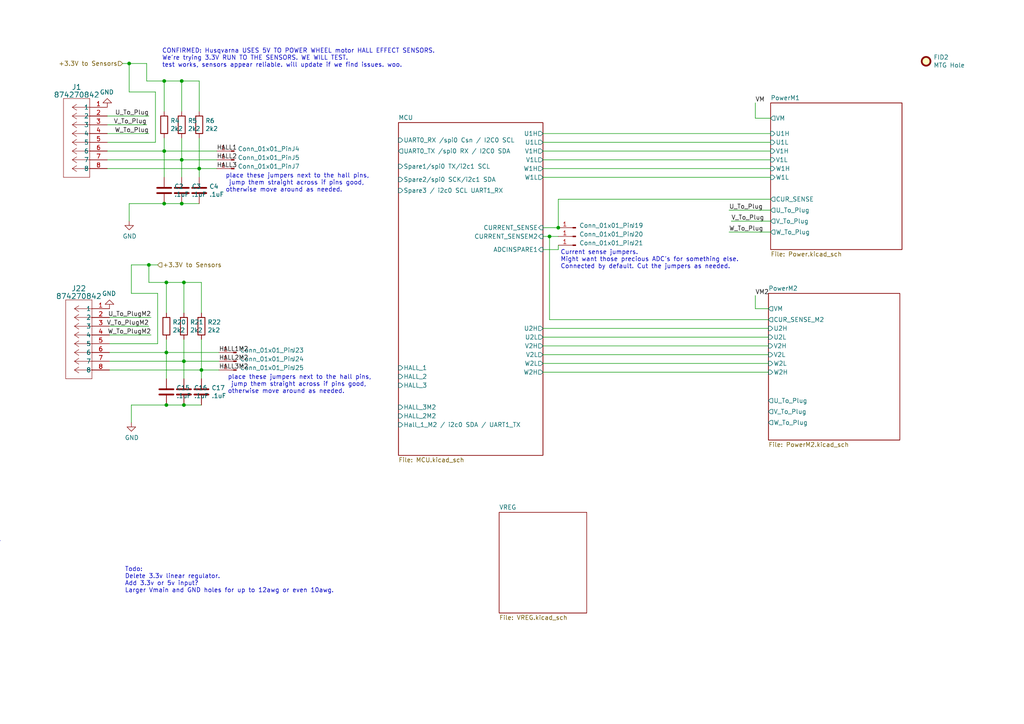
<source format=kicad_sch>
(kicad_sch (version 20230121) (generator eeschema)

  (uuid f1d82565-2f45-4436-9c4d-3203604bc842)

  (paper "A4")

  (title_block
    (title "DualBLDCPicoV3")
    (date "2024-04-03")
    (rev "3")
    (company "Fault Risk (originally Clemens Elflein)")
    (comment 1 "Creative Commons Attribution-NonCommercial-ShareAlike 4.0 International License.")
    (comment 2 "Licensed under ")
  )

  (lib_symbols
    (symbol "2023-04-18_19-52-12:874270842" (pin_names (offset 0.254)) (in_bom yes) (on_board yes)
      (property "Reference" "J" (at 8.89 6.35 0)
        (effects (font (size 1.524 1.524)))
      )
      (property "Value" "874270842" (at 0 0 0)
        (effects (font (size 1.524 1.524)))
      )
      (property "Footprint" "CON_874270842" (at 0 0 0)
        (effects (font (size 1.27 1.27) italic) hide)
      )
      (property "Datasheet" "874270842" (at 0 0 0)
        (effects (font (size 1.27 1.27) italic) hide)
      )
      (property "ki_locked" "" (at 0 0 0)
        (effects (font (size 1.27 1.27)))
      )
      (property "ki_keywords" "874270842" (at 0 0 0)
        (effects (font (size 1.27 1.27)) hide)
      )
      (property "ki_fp_filters" "CON_874270842" (at 0 0 0)
        (effects (font (size 1.27 1.27)) hide)
      )
      (symbol "874270842_1_1"
        (polyline
          (pts
            (xy 5.08 -20.32)
            (xy 12.7 -20.32)
          )
          (stroke (width 0.127) (type default))
          (fill (type none))
        )
        (polyline
          (pts
            (xy 5.08 2.54)
            (xy 5.08 -20.32)
          )
          (stroke (width 0.127) (type default))
          (fill (type none))
        )
        (polyline
          (pts
            (xy 10.16 -17.78)
            (xy 5.08 -17.78)
          )
          (stroke (width 0.127) (type default))
          (fill (type none))
        )
        (polyline
          (pts
            (xy 10.16 -17.78)
            (xy 8.89 -18.6267)
          )
          (stroke (width 0.127) (type default))
          (fill (type none))
        )
        (polyline
          (pts
            (xy 10.16 -17.78)
            (xy 8.89 -16.9333)
          )
          (stroke (width 0.127) (type default))
          (fill (type none))
        )
        (polyline
          (pts
            (xy 10.16 -15.24)
            (xy 5.08 -15.24)
          )
          (stroke (width 0.127) (type default))
          (fill (type none))
        )
        (polyline
          (pts
            (xy 10.16 -15.24)
            (xy 8.89 -16.0867)
          )
          (stroke (width 0.127) (type default))
          (fill (type none))
        )
        (polyline
          (pts
            (xy 10.16 -15.24)
            (xy 8.89 -14.3933)
          )
          (stroke (width 0.127) (type default))
          (fill (type none))
        )
        (polyline
          (pts
            (xy 10.16 -12.7)
            (xy 5.08 -12.7)
          )
          (stroke (width 0.127) (type default))
          (fill (type none))
        )
        (polyline
          (pts
            (xy 10.16 -12.7)
            (xy 8.89 -13.5467)
          )
          (stroke (width 0.127) (type default))
          (fill (type none))
        )
        (polyline
          (pts
            (xy 10.16 -12.7)
            (xy 8.89 -11.8533)
          )
          (stroke (width 0.127) (type default))
          (fill (type none))
        )
        (polyline
          (pts
            (xy 10.16 -10.16)
            (xy 5.08 -10.16)
          )
          (stroke (width 0.127) (type default))
          (fill (type none))
        )
        (polyline
          (pts
            (xy 10.16 -10.16)
            (xy 8.89 -11.0067)
          )
          (stroke (width 0.127) (type default))
          (fill (type none))
        )
        (polyline
          (pts
            (xy 10.16 -10.16)
            (xy 8.89 -9.3133)
          )
          (stroke (width 0.127) (type default))
          (fill (type none))
        )
        (polyline
          (pts
            (xy 10.16 -7.62)
            (xy 5.08 -7.62)
          )
          (stroke (width 0.127) (type default))
          (fill (type none))
        )
        (polyline
          (pts
            (xy 10.16 -7.62)
            (xy 8.89 -8.4667)
          )
          (stroke (width 0.127) (type default))
          (fill (type none))
        )
        (polyline
          (pts
            (xy 10.16 -7.62)
            (xy 8.89 -6.7733)
          )
          (stroke (width 0.127) (type default))
          (fill (type none))
        )
        (polyline
          (pts
            (xy 10.16 -5.08)
            (xy 5.08 -5.08)
          )
          (stroke (width 0.127) (type default))
          (fill (type none))
        )
        (polyline
          (pts
            (xy 10.16 -5.08)
            (xy 8.89 -5.9267)
          )
          (stroke (width 0.127) (type default))
          (fill (type none))
        )
        (polyline
          (pts
            (xy 10.16 -5.08)
            (xy 8.89 -4.2333)
          )
          (stroke (width 0.127) (type default))
          (fill (type none))
        )
        (polyline
          (pts
            (xy 10.16 -2.54)
            (xy 5.08 -2.54)
          )
          (stroke (width 0.127) (type default))
          (fill (type none))
        )
        (polyline
          (pts
            (xy 10.16 -2.54)
            (xy 8.89 -3.3867)
          )
          (stroke (width 0.127) (type default))
          (fill (type none))
        )
        (polyline
          (pts
            (xy 10.16 -2.54)
            (xy 8.89 -1.6933)
          )
          (stroke (width 0.127) (type default))
          (fill (type none))
        )
        (polyline
          (pts
            (xy 10.16 0)
            (xy 5.08 0)
          )
          (stroke (width 0.127) (type default))
          (fill (type none))
        )
        (polyline
          (pts
            (xy 10.16 0)
            (xy 8.89 -0.8467)
          )
          (stroke (width 0.127) (type default))
          (fill (type none))
        )
        (polyline
          (pts
            (xy 10.16 0)
            (xy 8.89 0.8467)
          )
          (stroke (width 0.127) (type default))
          (fill (type none))
        )
        (polyline
          (pts
            (xy 12.7 -20.32)
            (xy 12.7 2.54)
          )
          (stroke (width 0.127) (type default))
          (fill (type none))
        )
        (polyline
          (pts
            (xy 12.7 2.54)
            (xy 5.08 2.54)
          )
          (stroke (width 0.127) (type default))
          (fill (type none))
        )
        (pin unspecified line (at 0 0 0) (length 5.08)
          (name "1" (effects (font (size 1.27 1.27))))
          (number "1" (effects (font (size 1.27 1.27))))
        )
        (pin unspecified line (at 0 -2.54 0) (length 5.08)
          (name "2" (effects (font (size 1.27 1.27))))
          (number "2" (effects (font (size 1.27 1.27))))
        )
        (pin unspecified line (at 0 -5.08 0) (length 5.08)
          (name "3" (effects (font (size 1.27 1.27))))
          (number "3" (effects (font (size 1.27 1.27))))
        )
        (pin unspecified line (at 0 -7.62 0) (length 5.08)
          (name "4" (effects (font (size 1.27 1.27))))
          (number "4" (effects (font (size 1.27 1.27))))
        )
        (pin unspecified line (at 0 -10.16 0) (length 5.08)
          (name "5" (effects (font (size 1.27 1.27))))
          (number "5" (effects (font (size 1.27 1.27))))
        )
        (pin unspecified line (at 0 -12.7 0) (length 5.08)
          (name "6" (effects (font (size 1.27 1.27))))
          (number "6" (effects (font (size 1.27 1.27))))
        )
        (pin unspecified line (at 0 -15.24 0) (length 5.08)
          (name "7" (effects (font (size 1.27 1.27))))
          (number "7" (effects (font (size 1.27 1.27))))
        )
        (pin unspecified line (at 0 -17.78 0) (length 5.08)
          (name "8" (effects (font (size 1.27 1.27))))
          (number "8" (effects (font (size 1.27 1.27))))
        )
      )
      (symbol "874270842_1_2"
        (polyline
          (pts
            (xy 5.08 -20.32)
            (xy 12.7 -20.32)
          )
          (stroke (width 0.127) (type default))
          (fill (type none))
        )
        (polyline
          (pts
            (xy 5.08 2.54)
            (xy 5.08 -20.32)
          )
          (stroke (width 0.127) (type default))
          (fill (type none))
        )
        (polyline
          (pts
            (xy 7.62 -17.78)
            (xy 5.08 -17.78)
          )
          (stroke (width 0.127) (type default))
          (fill (type none))
        )
        (polyline
          (pts
            (xy 7.62 -17.78)
            (xy 8.89 -18.6267)
          )
          (stroke (width 0.127) (type default))
          (fill (type none))
        )
        (polyline
          (pts
            (xy 7.62 -17.78)
            (xy 8.89 -16.9333)
          )
          (stroke (width 0.127) (type default))
          (fill (type none))
        )
        (polyline
          (pts
            (xy 7.62 -15.24)
            (xy 5.08 -15.24)
          )
          (stroke (width 0.127) (type default))
          (fill (type none))
        )
        (polyline
          (pts
            (xy 7.62 -15.24)
            (xy 8.89 -16.0867)
          )
          (stroke (width 0.127) (type default))
          (fill (type none))
        )
        (polyline
          (pts
            (xy 7.62 -15.24)
            (xy 8.89 -14.3933)
          )
          (stroke (width 0.127) (type default))
          (fill (type none))
        )
        (polyline
          (pts
            (xy 7.62 -12.7)
            (xy 5.08 -12.7)
          )
          (stroke (width 0.127) (type default))
          (fill (type none))
        )
        (polyline
          (pts
            (xy 7.62 -12.7)
            (xy 8.89 -13.5467)
          )
          (stroke (width 0.127) (type default))
          (fill (type none))
        )
        (polyline
          (pts
            (xy 7.62 -12.7)
            (xy 8.89 -11.8533)
          )
          (stroke (width 0.127) (type default))
          (fill (type none))
        )
        (polyline
          (pts
            (xy 7.62 -10.16)
            (xy 5.08 -10.16)
          )
          (stroke (width 0.127) (type default))
          (fill (type none))
        )
        (polyline
          (pts
            (xy 7.62 -10.16)
            (xy 8.89 -11.0067)
          )
          (stroke (width 0.127) (type default))
          (fill (type none))
        )
        (polyline
          (pts
            (xy 7.62 -10.16)
            (xy 8.89 -9.3133)
          )
          (stroke (width 0.127) (type default))
          (fill (type none))
        )
        (polyline
          (pts
            (xy 7.62 -7.62)
            (xy 5.08 -7.62)
          )
          (stroke (width 0.127) (type default))
          (fill (type none))
        )
        (polyline
          (pts
            (xy 7.62 -7.62)
            (xy 8.89 -8.4667)
          )
          (stroke (width 0.127) (type default))
          (fill (type none))
        )
        (polyline
          (pts
            (xy 7.62 -7.62)
            (xy 8.89 -6.7733)
          )
          (stroke (width 0.127) (type default))
          (fill (type none))
        )
        (polyline
          (pts
            (xy 7.62 -5.08)
            (xy 5.08 -5.08)
          )
          (stroke (width 0.127) (type default))
          (fill (type none))
        )
        (polyline
          (pts
            (xy 7.62 -5.08)
            (xy 8.89 -5.9267)
          )
          (stroke (width 0.127) (type default))
          (fill (type none))
        )
        (polyline
          (pts
            (xy 7.62 -5.08)
            (xy 8.89 -4.2333)
          )
          (stroke (width 0.127) (type default))
          (fill (type none))
        )
        (polyline
          (pts
            (xy 7.62 -2.54)
            (xy 5.08 -2.54)
          )
          (stroke (width 0.127) (type default))
          (fill (type none))
        )
        (polyline
          (pts
            (xy 7.62 -2.54)
            (xy 8.89 -3.3867)
          )
          (stroke (width 0.127) (type default))
          (fill (type none))
        )
        (polyline
          (pts
            (xy 7.62 -2.54)
            (xy 8.89 -1.6933)
          )
          (stroke (width 0.127) (type default))
          (fill (type none))
        )
        (polyline
          (pts
            (xy 7.62 0)
            (xy 5.08 0)
          )
          (stroke (width 0.127) (type default))
          (fill (type none))
        )
        (polyline
          (pts
            (xy 7.62 0)
            (xy 8.89 -0.8467)
          )
          (stroke (width 0.127) (type default))
          (fill (type none))
        )
        (polyline
          (pts
            (xy 7.62 0)
            (xy 8.89 0.8467)
          )
          (stroke (width 0.127) (type default))
          (fill (type none))
        )
        (polyline
          (pts
            (xy 12.7 -20.32)
            (xy 12.7 2.54)
          )
          (stroke (width 0.127) (type default))
          (fill (type none))
        )
        (polyline
          (pts
            (xy 12.7 2.54)
            (xy 5.08 2.54)
          )
          (stroke (width 0.127) (type default))
          (fill (type none))
        )
        (pin unspecified line (at 0 0 0) (length 5.08)
          (name "1" (effects (font (size 1.27 1.27))))
          (number "1" (effects (font (size 1.27 1.27))))
        )
        (pin unspecified line (at 0 -2.54 0) (length 5.08)
          (name "2" (effects (font (size 1.27 1.27))))
          (number "2" (effects (font (size 1.27 1.27))))
        )
        (pin unspecified line (at 0 -5.08 0) (length 5.08)
          (name "3" (effects (font (size 1.27 1.27))))
          (number "3" (effects (font (size 1.27 1.27))))
        )
        (pin unspecified line (at 0 -7.62 0) (length 5.08)
          (name "4" (effects (font (size 1.27 1.27))))
          (number "4" (effects (font (size 1.27 1.27))))
        )
        (pin unspecified line (at 0 -10.16 0) (length 5.08)
          (name "5" (effects (font (size 1.27 1.27))))
          (number "5" (effects (font (size 1.27 1.27))))
        )
        (pin unspecified line (at 0 -12.7 0) (length 5.08)
          (name "6" (effects (font (size 1.27 1.27))))
          (number "6" (effects (font (size 1.27 1.27))))
        )
        (pin unspecified line (at 0 -15.24 0) (length 5.08)
          (name "7" (effects (font (size 1.27 1.27))))
          (number "7" (effects (font (size 1.27 1.27))))
        )
        (pin unspecified line (at 0 -17.78 0) (length 5.08)
          (name "8" (effects (font (size 1.27 1.27))))
          (number "8" (effects (font (size 1.27 1.27))))
        )
      )
    )
    (symbol "Connector:Conn_01x01_Pin" (pin_names (offset 1.016) hide) (in_bom yes) (on_board yes)
      (property "Reference" "J" (at 0 2.54 0)
        (effects (font (size 1.27 1.27)))
      )
      (property "Value" "Conn_01x01_Pin" (at 0 -2.54 0)
        (effects (font (size 1.27 1.27)))
      )
      (property "Footprint" "" (at 0 0 0)
        (effects (font (size 1.27 1.27)) hide)
      )
      (property "Datasheet" "~" (at 0 0 0)
        (effects (font (size 1.27 1.27)) hide)
      )
      (property "ki_locked" "" (at 0 0 0)
        (effects (font (size 1.27 1.27)))
      )
      (property "ki_keywords" "connector" (at 0 0 0)
        (effects (font (size 1.27 1.27)) hide)
      )
      (property "ki_description" "Generic connector, single row, 01x01, script generated" (at 0 0 0)
        (effects (font (size 1.27 1.27)) hide)
      )
      (property "ki_fp_filters" "Connector*:*_1x??_*" (at 0 0 0)
        (effects (font (size 1.27 1.27)) hide)
      )
      (symbol "Conn_01x01_Pin_1_1"
        (polyline
          (pts
            (xy 1.27 0)
            (xy 0.8636 0)
          )
          (stroke (width 0.1524) (type default))
          (fill (type none))
        )
        (rectangle (start 0.8636 0.127) (end 0 -0.127)
          (stroke (width 0.1524) (type default))
          (fill (type outline))
        )
        (pin passive line (at 5.08 0 180) (length 3.81)
          (name "Pin_1" (effects (font (size 1.27 1.27))))
          (number "1" (effects (font (size 1.27 1.27))))
        )
      )
    )
    (symbol "Device:C" (pin_numbers hide) (pin_names (offset 0.254)) (in_bom yes) (on_board yes)
      (property "Reference" "C" (at 0.635 2.54 0)
        (effects (font (size 1.27 1.27)) (justify left))
      )
      (property "Value" "C" (at 0.635 -2.54 0)
        (effects (font (size 1.27 1.27)) (justify left))
      )
      (property "Footprint" "" (at 0.9652 -3.81 0)
        (effects (font (size 1.27 1.27)) hide)
      )
      (property "Datasheet" "~" (at 0 0 0)
        (effects (font (size 1.27 1.27)) hide)
      )
      (property "ki_keywords" "cap capacitor" (at 0 0 0)
        (effects (font (size 1.27 1.27)) hide)
      )
      (property "ki_description" "Unpolarized capacitor" (at 0 0 0)
        (effects (font (size 1.27 1.27)) hide)
      )
      (property "ki_fp_filters" "C_*" (at 0 0 0)
        (effects (font (size 1.27 1.27)) hide)
      )
      (symbol "C_0_1"
        (polyline
          (pts
            (xy -2.032 -0.762)
            (xy 2.032 -0.762)
          )
          (stroke (width 0.508) (type default))
          (fill (type none))
        )
        (polyline
          (pts
            (xy -2.032 0.762)
            (xy 2.032 0.762)
          )
          (stroke (width 0.508) (type default))
          (fill (type none))
        )
      )
      (symbol "C_1_1"
        (pin passive line (at 0 3.81 270) (length 2.794)
          (name "~" (effects (font (size 1.27 1.27))))
          (number "1" (effects (font (size 1.27 1.27))))
        )
        (pin passive line (at 0 -3.81 90) (length 2.794)
          (name "~" (effects (font (size 1.27 1.27))))
          (number "2" (effects (font (size 1.27 1.27))))
        )
      )
    )
    (symbol "Device:R" (pin_numbers hide) (pin_names (offset 0)) (in_bom yes) (on_board yes)
      (property "Reference" "R" (at 2.032 0 90)
        (effects (font (size 1.27 1.27)))
      )
      (property "Value" "R" (at 0 0 90)
        (effects (font (size 1.27 1.27)))
      )
      (property "Footprint" "" (at -1.778 0 90)
        (effects (font (size 1.27 1.27)) hide)
      )
      (property "Datasheet" "~" (at 0 0 0)
        (effects (font (size 1.27 1.27)) hide)
      )
      (property "ki_keywords" "R res resistor" (at 0 0 0)
        (effects (font (size 1.27 1.27)) hide)
      )
      (property "ki_description" "Resistor" (at 0 0 0)
        (effects (font (size 1.27 1.27)) hide)
      )
      (property "ki_fp_filters" "R_*" (at 0 0 0)
        (effects (font (size 1.27 1.27)) hide)
      )
      (symbol "R_0_1"
        (rectangle (start -1.016 -2.54) (end 1.016 2.54)
          (stroke (width 0.254) (type default))
          (fill (type none))
        )
      )
      (symbol "R_1_1"
        (pin passive line (at 0 3.81 270) (length 1.27)
          (name "~" (effects (font (size 1.27 1.27))))
          (number "1" (effects (font (size 1.27 1.27))))
        )
        (pin passive line (at 0 -3.81 90) (length 1.27)
          (name "~" (effects (font (size 1.27 1.27))))
          (number "2" (effects (font (size 1.27 1.27))))
        )
      )
    )
    (symbol "Mechanical:Fiducial" (in_bom yes) (on_board yes)
      (property "Reference" "FID" (at 0 5.08 0)
        (effects (font (size 1.27 1.27)))
      )
      (property "Value" "Fiducial" (at 0 3.175 0)
        (effects (font (size 1.27 1.27)))
      )
      (property "Footprint" "" (at 0 0 0)
        (effects (font (size 1.27 1.27)) hide)
      )
      (property "Datasheet" "~" (at 0 0 0)
        (effects (font (size 1.27 1.27)) hide)
      )
      (property "ki_keywords" "fiducial marker" (at 0 0 0)
        (effects (font (size 1.27 1.27)) hide)
      )
      (property "ki_description" "Fiducial Marker" (at 0 0 0)
        (effects (font (size 1.27 1.27)) hide)
      )
      (property "ki_fp_filters" "Fiducial*" (at 0 0 0)
        (effects (font (size 1.27 1.27)) hide)
      )
      (symbol "Fiducial_0_1"
        (circle (center 0 0) (radius 1.27)
          (stroke (width 0.508) (type default))
          (fill (type background))
        )
      )
    )
    (symbol "power:GND" (power) (pin_names (offset 0)) (in_bom yes) (on_board yes)
      (property "Reference" "#PWR" (at 0 -6.35 0)
        (effects (font (size 1.27 1.27)) hide)
      )
      (property "Value" "GND" (at 0 -3.81 0)
        (effects (font (size 1.27 1.27)))
      )
      (property "Footprint" "" (at 0 0 0)
        (effects (font (size 1.27 1.27)) hide)
      )
      (property "Datasheet" "" (at 0 0 0)
        (effects (font (size 1.27 1.27)) hide)
      )
      (property "ki_keywords" "power-flag" (at 0 0 0)
        (effects (font (size 1.27 1.27)) hide)
      )
      (property "ki_description" "Power symbol creates a global label with name \"GND\" , ground" (at 0 0 0)
        (effects (font (size 1.27 1.27)) hide)
      )
      (symbol "GND_0_1"
        (polyline
          (pts
            (xy 0 0)
            (xy 0 -1.27)
            (xy 1.27 -1.27)
            (xy 0 -2.54)
            (xy -1.27 -1.27)
            (xy 0 -1.27)
          )
          (stroke (width 0) (type default))
          (fill (type none))
        )
      )
      (symbol "GND_1_1"
        (pin power_in line (at 0 0 270) (length 0) hide
          (name "GND" (effects (font (size 1.27 1.27))))
          (number "1" (effects (font (size 1.27 1.27))))
        )
      )
    )
  )

  (junction (at 53.34 117.475) (diameter 0) (color 0 0 0 0)
    (uuid 01583161-3c81-4cc0-80c8-4530056322dc)
  )
  (junction (at 52.705 59.055) (diameter 0) (color 0 0 0 0)
    (uuid 08a88900-e5e1-416e-9814-7d6139958f83)
  )
  (junction (at 159.385 68.58) (diameter 0) (color 0 0 0 0)
    (uuid 207dd2ba-0b1f-40ec-8d58-ba5deb1fc703)
  )
  (junction (at 48.26 102.235) (diameter 0) (color 0 0 0 0)
    (uuid 2d075089-ea0e-486a-a041-06d17df26fc8)
  )
  (junction (at 48.26 117.475) (diameter 0) (color 0 0 0 0)
    (uuid 3dff682e-870e-4510-9ef2-18d77b5f15d3)
  )
  (junction (at 37.465 18.415) (diameter 0) (color 0 0 0 0)
    (uuid 404e35d1-7658-4511-9bd8-76d003134365)
  )
  (junction (at 43.18 76.835) (diameter 0) (color 0 0 0 0)
    (uuid 5a489610-8cd3-4a4f-8d5d-4a0ba4870894)
  )
  (junction (at 48.26 81.915) (diameter 0) (color 0 0 0 0)
    (uuid 6612950e-c5d1-49d9-bbec-bb4d5a74e925)
  )
  (junction (at 161.925 66.04) (diameter 0) (color 0 0 0 0)
    (uuid 67cd64db-8644-4fb8-9141-2a800dff5830)
  )
  (junction (at 57.785 48.895) (diameter 0) (color 0 0 0 0)
    (uuid 983f9dc1-6119-4dee-8023-04c7bba85494)
  )
  (junction (at 52.705 23.495) (diameter 0) (color 0 0 0 0)
    (uuid a4a1e1fc-e2e2-4f8b-a993-f5654ecef495)
  )
  (junction (at 52.705 46.355) (diameter 0) (color 0 0 0 0)
    (uuid ad1259ca-f036-45be-b11b-a44a2c4aad31)
  )
  (junction (at 47.625 59.055) (diameter 0) (color 0 0 0 0)
    (uuid b11c3fe1-a2e1-49f7-92b9-d99590e8a57c)
  )
  (junction (at 58.42 107.315) (diameter 0) (color 0 0 0 0)
    (uuid b6f5e4ec-983d-49cd-8ff4-6af350e6ec3a)
  )
  (junction (at 53.34 104.775) (diameter 0) (color 0 0 0 0)
    (uuid d2bffa94-3dc7-44e2-924e-1b934517041c)
  )
  (junction (at 47.625 23.495) (diameter 0) (color 0 0 0 0)
    (uuid db8385ce-55f9-4ab9-97c5-d94bf4da69e4)
  )
  (junction (at 53.34 81.915) (diameter 0) (color 0 0 0 0)
    (uuid f16844cb-2a4f-4162-b749-37a1c637bbb0)
  )
  (junction (at 47.625 43.815) (diameter 0) (color 0 0 0 0)
    (uuid f4679fa8-ba18-4ec6-9bda-7def86487715)
  )

  (wire (pts (xy 157.48 51.435) (xy 223.52 51.435))
    (stroke (width 0) (type default))
    (uuid 006a631d-5488-42f1-b1c8-d1e465b237a2)
  )
  (wire (pts (xy 48.26 102.235) (xy 63.5 102.235))
    (stroke (width 0) (type default))
    (uuid 02777950-7087-4f3d-8575-25f9d6e9dce1)
  )
  (wire (pts (xy 157.48 102.87) (xy 222.885 102.87))
    (stroke (width 0) (type default))
    (uuid 05a05992-6fed-40f2-baa8-405c1c06e553)
  )
  (wire (pts (xy 53.34 117.475) (xy 58.42 117.475))
    (stroke (width 0) (type default))
    (uuid 05e288fe-f5f5-49f5-b160-2edb303dc88a)
  )
  (wire (pts (xy 157.48 38.735) (xy 223.52 38.735))
    (stroke (width 0) (type default))
    (uuid 0aecde81-77d9-432b-9e52-41e415cbf6bc)
  )
  (wire (pts (xy 31.115 41.275) (xy 45.085 41.275))
    (stroke (width 0) (type default))
    (uuid 10ffa7d6-49a7-4712-aa89-9029b66462c1)
  )
  (wire (pts (xy 157.48 72.39) (xy 161.925 72.39))
    (stroke (width 0) (type default))
    (uuid 135406bb-5b0d-4c68-8dc9-e3684160ab66)
  )
  (wire (pts (xy 47.625 23.495) (xy 52.705 23.495))
    (stroke (width 0) (type default))
    (uuid 1709dddb-01af-4b85-a13f-b284a560b4dc)
  )
  (wire (pts (xy 31.115 48.895) (xy 57.785 48.895))
    (stroke (width 0) (type default))
    (uuid 1818bb33-1065-471b-8a2d-9fdea0b2e1b7)
  )
  (wire (pts (xy 35.56 18.415) (xy 37.465 18.415))
    (stroke (width 0) (type default))
    (uuid 19e835e7-7127-47d1-9099-1fa224a84ee0)
  )
  (wire (pts (xy 31.75 99.695) (xy 45.72 99.695))
    (stroke (width 0) (type default))
    (uuid 1e656d8b-345b-4e62-8e4a-b12353bf9eb7)
  )
  (wire (pts (xy 52.705 46.355) (xy 31.115 46.355))
    (stroke (width 0) (type default))
    (uuid 24b6c681-791b-4ec8-bdac-ba799329088b)
  )
  (wire (pts (xy 157.48 43.815) (xy 223.52 43.815))
    (stroke (width 0) (type default))
    (uuid 28eabaf8-3304-47f7-abe1-7a1f63115562)
  )
  (wire (pts (xy 43.815 97.155) (xy 31.75 97.155))
    (stroke (width 0) (type default))
    (uuid 2bb9ed3b-0ac2-4e91-94b7-788b1b199583)
  )
  (wire (pts (xy 157.48 105.41) (xy 222.885 105.41))
    (stroke (width 0) (type default))
    (uuid 2c2c6226-df40-463b-8ddf-798c635b23f2)
  )
  (wire (pts (xy 157.48 95.25) (xy 222.885 95.25))
    (stroke (width 0) (type default))
    (uuid 2f16e8be-3dec-41a7-ad73-2351b5f2bfc6)
  )
  (wire (pts (xy 53.34 90.805) (xy 53.34 81.915))
    (stroke (width 0) (type default))
    (uuid 3481865c-62cd-4093-bcc2-04f2137e7cb7)
  )
  (wire (pts (xy 37.465 18.415) (xy 42.545 18.415))
    (stroke (width 0) (type default))
    (uuid 376f0f32-4467-40a3-823b-e837e3883c71)
  )
  (wire (pts (xy 159.385 68.58) (xy 159.385 92.71))
    (stroke (width 0) (type default))
    (uuid 385c5198-5d29-4598-ae6e-6182e31ad297)
  )
  (wire (pts (xy 219.075 85.725) (xy 219.075 89.535))
    (stroke (width 0) (type default))
    (uuid 3862178c-437a-4c4d-b423-b55a88be0e3c)
  )
  (wire (pts (xy 219.075 34.29) (xy 219.075 29.845))
    (stroke (width 0) (type default))
    (uuid 3a40b986-b6b6-46ff-9aac-26c8d6e64fba)
  )
  (wire (pts (xy 157.48 46.355) (xy 223.52 46.355))
    (stroke (width 0) (type default))
    (uuid 3ba5dfa3-8b95-4e7b-813f-62bdaf0b28a0)
  )
  (wire (pts (xy 157.48 66.04) (xy 161.925 66.04))
    (stroke (width 0) (type default))
    (uuid 3ca6c371-4161-4bf2-8eaf-0f85775480ef)
  )
  (wire (pts (xy 47.625 40.005) (xy 47.625 43.815))
    (stroke (width 0) (type default))
    (uuid 3e36fb81-5110-4040-830b-b9625ace9bbf)
  )
  (wire (pts (xy 48.26 81.915) (xy 53.34 81.915))
    (stroke (width 0) (type default))
    (uuid 3fc205fe-55f2-4498-bdff-1229a31ddf58)
  )
  (wire (pts (xy 161.925 66.04) (xy 161.925 57.785))
    (stroke (width 0) (type default))
    (uuid 3fd59b66-5fe2-4284-af64-215a147f953a)
  )
  (wire (pts (xy 57.785 40.005) (xy 57.785 48.895))
    (stroke (width 0) (type default))
    (uuid 40f42e07-43f3-4834-8d49-0b4ca1a0c77c)
  )
  (wire (pts (xy 53.34 104.775) (xy 31.75 104.775))
    (stroke (width 0) (type default))
    (uuid 44699137-1e8b-411d-b834-9d68d9892b8f)
  )
  (wire (pts (xy 43.18 76.835) (xy 45.72 76.835))
    (stroke (width 0) (type default))
    (uuid 47dbb512-6eb0-4c02-9cae-e698e2842a74)
  )
  (wire (pts (xy 43.18 33.655) (xy 31.115 33.655))
    (stroke (width 0) (type default))
    (uuid 51e7af3d-8c27-4f07-a670-5c4366a84d7c)
  )
  (wire (pts (xy 219.075 34.29) (xy 223.52 34.29))
    (stroke (width 0) (type default))
    (uuid 52857a4b-da0e-4182-9b7c-2af05a75ae66)
  )
  (wire (pts (xy 37.465 59.055) (xy 37.465 64.135))
    (stroke (width 0) (type default))
    (uuid 530c45c3-34b3-42f2-bfcc-3456640377c8)
  )
  (wire (pts (xy 48.26 102.235) (xy 48.26 109.855))
    (stroke (width 0) (type default))
    (uuid 592bc262-9d9a-4c0a-a21b-e01c41ffea09)
  )
  (wire (pts (xy 38.1 76.835) (xy 43.18 76.835))
    (stroke (width 0) (type default))
    (uuid 5a57ab88-aa04-4526-badb-57c77ecd2cf9)
  )
  (wire (pts (xy 58.42 81.915) (xy 58.42 90.805))
    (stroke (width 0) (type default))
    (uuid 5c00fa95-d64a-4b9c-86b3-f0f65a1b58bc)
  )
  (wire (pts (xy 157.48 100.33) (xy 222.885 100.33))
    (stroke (width 0) (type default))
    (uuid 5c01d12e-e1b0-4c95-8a13-8764f004a402)
  )
  (wire (pts (xy 157.48 48.895) (xy 223.52 48.895))
    (stroke (width 0) (type default))
    (uuid 5e3a276d-e607-41cd-ae5c-65184e589a0f)
  )
  (wire (pts (xy 31.75 102.235) (xy 48.26 102.235))
    (stroke (width 0) (type default))
    (uuid 5e979709-358f-4b21-82e7-fc777114f3b2)
  )
  (wire (pts (xy 58.42 107.315) (xy 58.42 109.855))
    (stroke (width 0) (type default))
    (uuid 618292be-2f8d-4e78-a2c7-7e82f1362a4d)
  )
  (wire (pts (xy 52.705 46.355) (xy 52.705 51.435))
    (stroke (width 0) (type default))
    (uuid 64eb5c5d-fdc0-4c45-8b13-656b5470c5c7)
  )
  (wire (pts (xy 157.48 41.275) (xy 223.52 41.275))
    (stroke (width 0) (type default))
    (uuid 6af3b95a-bde0-458b-8027-20ea422112ab)
  )
  (wire (pts (xy 211.455 67.31) (xy 223.52 67.31))
    (stroke (width 0) (type default))
    (uuid 6f961e6e-3938-48a7-ba7c-643ea67246e1)
  )
  (wire (pts (xy 38.1 85.09) (xy 38.1 76.835))
    (stroke (width 0) (type default))
    (uuid 71000a6b-3130-4272-b688-d3ebfe368c3b)
  )
  (wire (pts (xy 48.26 90.805) (xy 48.26 81.915))
    (stroke (width 0) (type default))
    (uuid 7a03c2f9-4326-426c-b758-1f039b87947d)
  )
  (wire (pts (xy 43.18 38.735) (xy 31.115 38.735))
    (stroke (width 0) (type default))
    (uuid 7af1bfc3-c6cf-4f39-8bf3-02409ed60138)
  )
  (wire (pts (xy 43.815 92.075) (xy 31.75 92.075))
    (stroke (width 0) (type default))
    (uuid 7e5c3fbd-5ac5-40e6-b134-4b918f4a4fdb)
  )
  (wire (pts (xy 38.1 85.09) (xy 45.72 85.09))
    (stroke (width 0) (type default))
    (uuid 7ed9bf76-2481-4fcf-9906-6a042fd4b0b4)
  )
  (wire (pts (xy 47.625 43.815) (xy 62.865 43.815))
    (stroke (width 0) (type default))
    (uuid 7eda3e99-176e-45bf-9cda-3b1c89cdad96)
  )
  (wire (pts (xy 45.085 26.67) (xy 45.085 41.275))
    (stroke (width 0) (type default))
    (uuid 803a19df-a44e-4177-9335-a237c64d2fa4)
  )
  (wire (pts (xy 53.34 81.915) (xy 58.42 81.915))
    (stroke (width 0) (type default))
    (uuid 814a6dc8-3764-4817-ac49-c31aae1f573f)
  )
  (wire (pts (xy 219.075 89.535) (xy 222.885 89.535))
    (stroke (width 0) (type default))
    (uuid 820fa999-cb80-415f-90d8-40da82a17ab9)
  )
  (wire (pts (xy 53.34 98.425) (xy 53.34 104.775))
    (stroke (width 0) (type default))
    (uuid 886eb343-a67d-49ee-be09-f65c0d533445)
  )
  (wire (pts (xy 57.785 48.895) (xy 57.785 51.435))
    (stroke (width 0) (type default))
    (uuid 88fb7f56-bb55-4fdd-9d69-dd1dd7baea7f)
  )
  (wire (pts (xy 48.26 98.425) (xy 48.26 102.235))
    (stroke (width 0) (type default))
    (uuid 8af64aa2-967f-4ff3-b19e-9618fbfd71f6)
  )
  (wire (pts (xy 31.75 107.315) (xy 58.42 107.315))
    (stroke (width 0) (type default))
    (uuid 8b8fa6ba-d921-45e2-a5bb-a4004472d54d)
  )
  (wire (pts (xy 161.925 68.58) (xy 159.385 68.58))
    (stroke (width 0) (type default))
    (uuid 8cb01b32-18d7-4829-b421-40eda8fa833c)
  )
  (wire (pts (xy 42.545 23.495) (xy 47.625 23.495))
    (stroke (width 0) (type default))
    (uuid 9c678aa0-4b64-48b8-8493-624f15e88532)
  )
  (wire (pts (xy 52.705 40.005) (xy 52.705 46.355))
    (stroke (width 0) (type default))
    (uuid 9cd4c214-e425-42a7-9f70-ed944a156e34)
  )
  (wire (pts (xy 45.72 85.09) (xy 45.72 99.695))
    (stroke (width 0) (type default))
    (uuid ade8a89b-9b7b-4c02-95bb-460848c5f081)
  )
  (wire (pts (xy 157.48 97.79) (xy 222.885 97.79))
    (stroke (width 0) (type default))
    (uuid af8a169e-6682-4b42-9b83-9c18d969053f)
  )
  (wire (pts (xy 62.865 46.355) (xy 52.705 46.355))
    (stroke (width 0) (type default))
    (uuid b1500dff-5335-4d02-92f6-191785c3df0f)
  )
  (wire (pts (xy 157.48 107.95) (xy 222.885 107.95))
    (stroke (width 0) (type default))
    (uuid b3700d48-ec8a-42f4-98cc-0f959a9bef68)
  )
  (wire (pts (xy 52.705 59.055) (xy 57.785 59.055))
    (stroke (width 0) (type default))
    (uuid b761d83d-cc7c-4b8a-9214-44e0a8b174c3)
  )
  (wire (pts (xy 42.545 23.495) (xy 42.545 18.415))
    (stroke (width 0) (type default))
    (uuid beae2002-9375-4fd6-93f9-4f86a742c157)
  )
  (wire (pts (xy 47.625 59.055) (xy 52.705 59.055))
    (stroke (width 0) (type default))
    (uuid c13a074c-4ce9-4dcb-971a-ac25ebc5aeb0)
  )
  (wire (pts (xy 37.465 26.67) (xy 45.085 26.67))
    (stroke (width 0) (type default))
    (uuid c17755f3-cdc0-4c3f-8991-acf2f4998347)
  )
  (wire (pts (xy 47.625 32.385) (xy 47.625 23.495))
    (stroke (width 0) (type default))
    (uuid cacd50ae-43be-4b5e-9055-ce8d84223a30)
  )
  (wire (pts (xy 58.42 107.315) (xy 63.5 107.315))
    (stroke (width 0) (type default))
    (uuid cd276c50-b5da-4a1f-b1fd-7e7004385f0a)
  )
  (wire (pts (xy 211.455 60.96) (xy 223.52 60.96))
    (stroke (width 0) (type default))
    (uuid cfde657d-895b-49d6-bae3-623ceafc966b)
  )
  (wire (pts (xy 57.785 48.895) (xy 62.865 48.895))
    (stroke (width 0) (type default))
    (uuid d15725fa-25d9-42e5-8a40-86558ea10646)
  )
  (wire (pts (xy 42.545 36.195) (xy 31.115 36.195))
    (stroke (width 0) (type default))
    (uuid d3fbfebb-e653-4a86-8a30-691e75a85a0a)
  )
  (wire (pts (xy 47.625 43.815) (xy 47.625 51.435))
    (stroke (width 0) (type default))
    (uuid d932de66-33d2-421e-b3e7-aeb68968e7cf)
  )
  (wire (pts (xy 43.18 94.615) (xy 31.75 94.615))
    (stroke (width 0) (type default))
    (uuid dc34ec67-b64f-4277-b7eb-517c726ae668)
  )
  (wire (pts (xy 159.385 92.71) (xy 222.885 92.71))
    (stroke (width 0) (type default))
    (uuid dd6a6ea0-53f8-436b-b7ed-770e6a7f52d1)
  )
  (wire (pts (xy 161.925 57.785) (xy 223.52 57.785))
    (stroke (width 0) (type default))
    (uuid dda7f3b5-f4d9-4682-bea7-16b2dcea126f)
  )
  (wire (pts (xy 63.5 104.775) (xy 53.34 104.775))
    (stroke (width 0) (type default))
    (uuid ddeb2710-d257-40d3-a256-131c730ff4d0)
  )
  (wire (pts (xy 53.34 104.775) (xy 53.34 109.855))
    (stroke (width 0) (type default))
    (uuid df774116-4b19-41ed-98d2-1890df16794c)
  )
  (wire (pts (xy 161.925 72.39) (xy 161.925 71.12))
    (stroke (width 0) (type default))
    (uuid e002d318-8172-4556-8fad-b19ae0fc1a94)
  )
  (wire (pts (xy 38.1 117.475) (xy 38.1 122.555))
    (stroke (width 0) (type default))
    (uuid e3789ea0-277c-4b17-abce-fc8bdde9e263)
  )
  (wire (pts (xy 38.1 117.475) (xy 48.26 117.475))
    (stroke (width 0) (type default))
    (uuid e3f83b74-d03e-4a20-ae93-91c7f90de68d)
  )
  (wire (pts (xy 157.48 68.58) (xy 159.385 68.58))
    (stroke (width 0) (type default))
    (uuid e544f210-acd6-442f-a44f-6476586eda0a)
  )
  (wire (pts (xy 212.09 64.135) (xy 223.52 64.135))
    (stroke (width 0) (type default))
    (uuid e5cbb80e-ef6f-462a-ab4f-5f5c30ab6e88)
  )
  (wire (pts (xy 31.115 43.815) (xy 47.625 43.815))
    (stroke (width 0) (type default))
    (uuid e8ada807-4c13-4d89-a4f5-5e35be3163d6)
  )
  (wire (pts (xy 43.18 81.915) (xy 48.26 81.915))
    (stroke (width 0) (type default))
    (uuid ed28a78a-7c72-46d7-8e7b-405fd9a36aaf)
  )
  (wire (pts (xy 58.42 98.425) (xy 58.42 107.315))
    (stroke (width 0) (type default))
    (uuid ee598728-1f5e-446e-b5cd-0073d4566be5)
  )
  (wire (pts (xy 43.18 81.915) (xy 43.18 76.835))
    (stroke (width 0) (type default))
    (uuid f016396a-ba99-4a9d-a6ba-dcdbc311ea50)
  )
  (wire (pts (xy 52.705 32.385) (xy 52.705 23.495))
    (stroke (width 0) (type default))
    (uuid f2a1e3e8-6eab-4ff5-b5ec-968e2c74b57e)
  )
  (wire (pts (xy 37.465 26.67) (xy 37.465 18.415))
    (stroke (width 0) (type default))
    (uuid f846642b-215e-4901-a99f-aa82c3dcab94)
  )
  (wire (pts (xy 52.705 23.495) (xy 57.785 23.495))
    (stroke (width 0) (type default))
    (uuid f90fbe6c-250b-407c-917d-206e61273b50)
  )
  (wire (pts (xy 37.465 59.055) (xy 47.625 59.055))
    (stroke (width 0) (type default))
    (uuid faf0762b-b3e9-4472-943c-fb91c5933d23)
  )
  (wire (pts (xy 57.785 23.495) (xy 57.785 32.385))
    (stroke (width 0) (type default))
    (uuid fafcd0c7-6bd3-4dff-9a84-bd14b2f004ae)
  )
  (wire (pts (xy 48.26 117.475) (xy 53.34 117.475))
    (stroke (width 0) (type default))
    (uuid fca2f773-2ce9-4dee-9567-ce2cce348eb5)
  )

  (text "Todo:\nDelete 3.3v linear regulator.\nAdd 3.3v or 5v input?\nLarger Vmain and GND holes for up to 12awg or even 10awg."
    (at 36.195 172.085 0)
    (effects (font (size 1.27 1.27)) (justify left bottom))
    (uuid 1c41465c-c66b-4103-9632-fb1937e2de95)
  )
  (text "Current sense jumpers.\nMight want those precious ADC's for something else.\nConnected by default. Cut the jumpers as needed."
    (at 162.56 78.105 0)
    (effects (font (size 1.27 1.27)) (justify left bottom))
    (uuid 215b1afb-9285-4fb6-9910-c643b321f5c5)
  )
  (text "Features/vision:\nSwiss army knife cheap 2xBLCD controller. Use it for industrial/CNC motors, robots, or E-bikes.\n10-400vdc supply\n0-10a (want 20a eventually but not sure there's a mosfet that would survive it lol.)\nmotor configurations:\n2x bldc/3phase motors\n3x DC brushed motors\n1 blcd and 1 dc brush motor or 1 bldc and 1 (fanuc style?) motor brake.\n\nSensors:\nCurrent measurement for each motor via shunt resistor. \nHall effect(working)(disconnectable) or quadrature encoder feedback(not done yet). RS422 encoder feedback for fanuc motors (definitely not done yet)\npossibly add FOC measurement stuff if we need it to get better motor phase angle measurements.\n     Using a pico you get 3x a/d so no foc for both motors. \n     Add a i2c/uart a/d or an analog multiplexer? at least get the traces down for it so one could add if they wanted it?\n\ncode:\nRasberry pi pico brains. dual core chip for fun times.\nCan use monolithic driver or Simplefoc.\nDevelopment in Arduino IDE via EPH core.\n\n\nConnectivity:\nUSB on pico. 12 mbps is pretty fast...\nboth UARRTS are exposed on pico\nSacrifice a UART on the pico for i2c or spi.\nGive up 25% of one core and drop 1 uart for rp2040 software CAN\n\n\nElectrical:\nTO-220 igbts with room for heat sinks. Use all your leftover transistors for fun times.\nUF4007 diodes so you don't accidentally solder smd diode backwards\nMostly 0.1uf and 10ohm smd parts. Can build it yourself with a toaster oven - no really small SMD parts\nLots of probe points and spare solderable connections to troubleshoot ez/expand ez.\nLow cost and lots of reconfigurability BYO igbt driver chips or BYO transistors. \nYou've got 6x halls and 5x spares/uarts/connectivity. So you've got 11 IO pins and 12 motor drive pins.\n\n\nCompatibility:\nDrop the pico and control drivers directly with anything that can give out the 6 phase pull up/down signals - linuxcnc(&mesa board), arduino, whatever. \nOpen mower project more or less. (needs tested)\nAutomower 450x drive motor power connectors. You'll have to Re-pin the cutting motor connector it's 10 pin instead of 8.\n\n\nLong term stuff not right now:\nwould love to see if we can drive 3x relays/contactors on at least the pulldown side. \n"
    (at -151.765 169.545 0)
    (effects (font (size 1.27 1.27)) (justify left bottom))
    (uuid 274ba1e4-260e-405f-885f-ff063c679b91)
  )
  (text "place these jumpers next to the hall pins,\n jump them straight across if pins good,\notherwise move around as needed."
    (at 66.04 114.3 0)
    (effects (font (size 1.27 1.27)) (justify left bottom))
    (uuid 89886d8f-fa55-45b7-a451-93bf57556bde)
  )
  (text "CONFIRMED: Husqvarna USES 5V TO POWER WHEEL motor HALL EFFECT SENSORS.\nWe're trying 3.3V RUN TO THE SENSORS. WE WILL TEST. \ntest works, sensors appear reliable. will update if we find issues. woo. "
    (at 46.99 19.685 0)
    (effects (font (size 1.27 1.27)) (justify left bottom))
    (uuid a31242d7-0277-4e48-8b0f-6b557b47a52d)
  )
  (text "place these jumpers next to the hall pins,\n jump them straight across if pins good,\notherwise move around as needed."
    (at 65.405 55.88 0)
    (effects (font (size 1.27 1.27)) (justify left bottom))
    (uuid df84c8d0-fb84-4100-97f7-38b353b237af)
  )

  (label "HALL3" (at 62.865 48.895 0) (fields_autoplaced)
    (effects (font (size 1.27 1.27)) (justify left bottom))
    (uuid 0a31ee29-da4f-47d9-8748-3bdcd4c0425b)
  )
  (label "W_To_Plug" (at 211.455 67.31 0) (fields_autoplaced)
    (effects (font (size 1.27 1.27)) (justify left bottom))
    (uuid 0db7b066-851d-4e6f-836b-57b970d5babd)
  )
  (label "W_To_PlugM2" (at 43.815 97.155 180) (fields_autoplaced)
    (effects (font (size 1.27 1.27)) (justify right bottom))
    (uuid 20f43ea3-4b38-4824-b722-b80e5d7584f1)
  )
  (label "HALL2M2" (at 63.5 104.775 0) (fields_autoplaced)
    (effects (font (size 1.27 1.27)) (justify left bottom))
    (uuid 38be567b-cc69-4b03-ad9b-080b3f91461e)
  )
  (label "V_To_Plug" (at 212.09 64.135 0) (fields_autoplaced)
    (effects (font (size 1.27 1.27)) (justify left bottom))
    (uuid 595e2d81-d7a8-441f-abf7-a3cf61ed3baa)
  )
  (label "W_To_Plug" (at 43.18 38.735 180) (fields_autoplaced)
    (effects (font (size 1.27 1.27)) (justify right bottom))
    (uuid 69e99596-7632-40af-a9d9-a95a50e80b6c)
  )
  (label "V_To_Plug" (at 42.545 36.195 180) (fields_autoplaced)
    (effects (font (size 1.27 1.27)) (justify right bottom))
    (uuid 78a8c8a4-fa0d-42c8-b0b6-439b64aed5a9)
  )
  (label "V_To_PlugM2" (at 43.18 94.615 180) (fields_autoplaced)
    (effects (font (size 1.27 1.27)) (justify right bottom))
    (uuid 79466de0-c77c-40e5-9a86-c31ff1c29360)
  )
  (label "U_To_PlugM2" (at 43.815 92.075 180) (fields_autoplaced)
    (effects (font (size 1.27 1.27)) (justify right bottom))
    (uuid 7d9d5661-67f7-4249-a6c4-b87f92b8d2da)
  )
  (label "U_To_Plug" (at 43.18 33.655 180) (fields_autoplaced)
    (effects (font (size 1.27 1.27)) (justify right bottom))
    (uuid 96944b7a-cefb-4ff2-8825-ff70109ba7d5)
  )
  (label "VM2" (at 219.075 85.725 0) (fields_autoplaced)
    (effects (font (size 1.27 1.27)) (justify left bottom))
    (uuid a26d5147-4c99-4d9c-8b78-aff7500bdc55)
  )
  (label "HALL1" (at 62.865 43.815 0) (fields_autoplaced)
    (effects (font (size 1.27 1.27)) (justify left bottom))
    (uuid a57b426d-4bca-49aa-8c76-6f0e50979f60)
  )
  (label "U_To_Plug" (at 211.455 60.96 0) (fields_autoplaced)
    (effects (font (size 1.27 1.27)) (justify left bottom))
    (uuid a66db305-efd3-42f0-91a3-32de824772b5)
  )
  (label "HALL1M2" (at 63.5 102.235 0) (fields_autoplaced)
    (effects (font (size 1.27 1.27)) (justify left bottom))
    (uuid aff458c2-3c9e-4551-b674-40864e54198d)
  )
  (label "VM" (at 219.075 29.845 0) (fields_autoplaced)
    (effects (font (size 1.27 1.27)) (justify left bottom))
    (uuid bab9a0fd-9606-41e5-b9dd-d37446a1b523)
  )
  (label "HALL3M2" (at 63.5 107.315 0) (fields_autoplaced)
    (effects (font (size 1.27 1.27)) (justify left bottom))
    (uuid d2a08124-e67f-4ce5-9a74-33935221db58)
  )
  (label "HALL2" (at 62.865 46.355 0) (fields_autoplaced)
    (effects (font (size 1.27 1.27)) (justify left bottom))
    (uuid fd11e21e-094a-41d2-84a9-bb2db81678fa)
  )

  (hierarchical_label "+3.3V to Sensors" (shape input) (at 35.56 18.415 180) (fields_autoplaced)
    (effects (font (size 1.27 1.27)) (justify right))
    (uuid 286e23a3-92c8-4aad-b67d-83097b993415)
  )
  (hierarchical_label "+3.3V to Sensors" (shape input) (at 45.72 76.835 0) (fields_autoplaced)
    (effects (font (size 1.27 1.27)) (justify left))
    (uuid 39623f7d-2265-4833-9150-b65eecbaea83)
  )

  (symbol (lib_id "power:GND") (at 37.465 64.135 0) (unit 1)
    (in_bom yes) (on_board yes) (dnp no)
    (uuid 00000000-0000-0000-0000-000061aae7ed)
    (property "Reference" "#PWR03" (at 37.465 70.485 0)
      (effects (font (size 1.27 1.27)) hide)
    )
    (property "Value" "GND" (at 37.592 68.5292 0)
      (effects (font (size 1.27 1.27)))
    )
    (property "Footprint" "" (at 37.465 64.135 0)
      (effects (font (size 1.27 1.27)) hide)
    )
    (property "Datasheet" "" (at 37.465 64.135 0)
      (effects (font (size 1.27 1.27)) hide)
    )
    (pin "1" (uuid ac861873-3c34-45f5-ac8d-f67471b5231b))
    (instances
      (project "2xBLDCPicoV3"
        (path "/f1d82565-2f45-4436-9c4d-3203604bc842"
          (reference "#PWR03") (unit 1)
        )
      )
    )
  )

  (symbol (lib_id "Device:R") (at 47.625 36.195 0) (unit 1)
    (in_bom yes) (on_board yes) (dnp no)
    (uuid 00000000-0000-0000-0000-000061b2acfb)
    (property "Reference" "R4" (at 49.403 35.0266 0)
      (effects (font (size 1.27 1.27)) (justify left))
    )
    (property "Value" "2k2" (at 49.403 37.338 0)
      (effects (font (size 1.27 1.27)) (justify left))
    )
    (property "Footprint" "Resistor_SMD:R_0603_1608Metric" (at 45.847 36.195 90)
      (effects (font (size 1.27 1.27)) hide)
    )
    (property "Datasheet" "~" (at 47.625 36.195 0)
      (effects (font (size 1.27 1.27)) hide)
    )
    (property "Digikey" "311-2.20KHRCT-ND" (at 47.625 36.195 0)
      (effects (font (size 1.27 1.27)) hide)
    )
    (property "Part Number" "RC0603FR-072K2L" (at 47.625 36.195 0)
      (effects (font (size 1.27 1.27)) hide)
    )
    (property "Stock_PN" "R-603-2.2K-.1W-1%" (at 47.625 36.195 0)
      (effects (font (size 1.27 1.27)) hide)
    )
    (pin "1" (uuid 80b5b39f-fc6d-4c4f-86b3-26219ddc0279))
    (pin "2" (uuid 28c7f461-a9ba-4f7f-b86a-36efb1084f14))
    (instances
      (project "2xBLDCPicoV3"
        (path "/f1d82565-2f45-4436-9c4d-3203604bc842"
          (reference "R4") (unit 1)
        )
      )
    )
  )

  (symbol (lib_id "Device:R") (at 52.705 36.195 0) (unit 1)
    (in_bom yes) (on_board yes) (dnp no)
    (uuid 00000000-0000-0000-0000-000061b2eb5c)
    (property "Reference" "R5" (at 54.483 35.0266 0)
      (effects (font (size 1.27 1.27)) (justify left))
    )
    (property "Value" "2k2" (at 54.483 37.338 0)
      (effects (font (size 1.27 1.27)) (justify left))
    )
    (property "Footprint" "Resistor_SMD:R_0603_1608Metric" (at 50.927 36.195 90)
      (effects (font (size 1.27 1.27)) hide)
    )
    (property "Datasheet" "~" (at 52.705 36.195 0)
      (effects (font (size 1.27 1.27)) hide)
    )
    (property "Digikey" "311-2.20KHRCT-ND" (at 52.705 36.195 0)
      (effects (font (size 1.27 1.27)) hide)
    )
    (property "Part Number" "RC0603FR-072K2L" (at 52.705 36.195 0)
      (effects (font (size 1.27 1.27)) hide)
    )
    (property "Stock_PN" "R-603-2.2K-.1W-1%" (at 52.705 36.195 0)
      (effects (font (size 1.27 1.27)) hide)
    )
    (pin "1" (uuid 61265fa4-a798-4bd9-8dca-302882cd4adf))
    (pin "2" (uuid 33bfab32-396a-4d25-9244-6d3038c73fa9))
    (instances
      (project "2xBLDCPicoV3"
        (path "/f1d82565-2f45-4436-9c4d-3203604bc842"
          (reference "R5") (unit 1)
        )
      )
    )
  )

  (symbol (lib_id "Device:R") (at 57.785 36.195 0) (unit 1)
    (in_bom yes) (on_board yes) (dnp no)
    (uuid 00000000-0000-0000-0000-000061b36a6a)
    (property "Reference" "R6" (at 59.563 35.0266 0)
      (effects (font (size 1.27 1.27)) (justify left))
    )
    (property "Value" "2k2" (at 59.563 37.338 0)
      (effects (font (size 1.27 1.27)) (justify left))
    )
    (property "Footprint" "Resistor_SMD:R_0603_1608Metric" (at 56.007 36.195 90)
      (effects (font (size 1.27 1.27)) hide)
    )
    (property "Datasheet" "~" (at 57.785 36.195 0)
      (effects (font (size 1.27 1.27)) hide)
    )
    (property "Digikey" "311-2.20KHRCT-ND" (at 57.785 36.195 0)
      (effects (font (size 1.27 1.27)) hide)
    )
    (property "Part Number" "RC0603FR-072K2L" (at 57.785 36.195 0)
      (effects (font (size 1.27 1.27)) hide)
    )
    (property "Stock_PN" "R-603-2.2K-.1W-1%" (at 57.785 36.195 0)
      (effects (font (size 1.27 1.27)) hide)
    )
    (pin "1" (uuid e29436c0-e328-487e-b9e2-4cc58f8d9961))
    (pin "2" (uuid e7ac20a0-6d3f-43ce-846e-2fbf3d0f2e6f))
    (instances
      (project "2xBLDCPicoV3"
        (path "/f1d82565-2f45-4436-9c4d-3203604bc842"
          (reference "R6") (unit 1)
        )
      )
    )
  )

  (symbol (lib_id "Device:C") (at 57.785 55.245 0) (unit 1)
    (in_bom yes) (on_board yes) (dnp no)
    (uuid 00000000-0000-0000-0000-000061b5ed85)
    (property "Reference" "C4" (at 60.706 54.0766 0)
      (effects (font (size 1.27 1.27)) (justify left))
    )
    (property "Value" ".1uF" (at 60.706 56.388 0)
      (effects (font (size 1.27 1.27)) (justify left))
    )
    (property "Footprint" "Capacitor_SMD:C_0603_1608Metric" (at 58.7502 59.055 0)
      (effects (font (size 1.27 1.27)) hide)
    )
    (property "Datasheet" "~" (at 57.785 55.245 0)
      (effects (font (size 1.27 1.27)) hide)
    )
    (property "Config" "" (at 57.785 55.245 0)
      (effects (font (size 1.27 1.27)) hide)
    )
    (property "Digikey" "1276-1935-1-ND" (at 57.785 55.245 0)
      (effects (font (size 1.27 1.27)) hide)
    )
    (property "Part Number" "CL10B104KC8NNNC" (at 57.785 55.245 0)
      (effects (font (size 1.27 1.27)) hide)
    )
    (property "Stock_PN" "C-603-.1uF-100V-X7R" (at 57.785 55.245 0)
      (effects (font (size 1.27 1.27)) hide)
    )
    (pin "1" (uuid 223c40ce-4c5c-4bbc-9643-5ecd1b395728))
    (pin "2" (uuid 630dd454-b3d7-426f-a6d8-1bfb27bd1710))
    (instances
      (project "2xBLDCPicoV3"
        (path "/f1d82565-2f45-4436-9c4d-3203604bc842"
          (reference "C4") (unit 1)
        )
      )
    )
  )

  (symbol (lib_id "Device:C") (at 52.705 55.245 0) (unit 1)
    (in_bom yes) (on_board yes) (dnp no)
    (uuid 00000000-0000-0000-0000-000061b63c43)
    (property "Reference" "C3" (at 55.626 54.0766 0)
      (effects (font (size 1.27 1.27)) (justify left))
    )
    (property "Value" ".1uF" (at 55.626 56.388 0)
      (effects (font (size 1.27 1.27)) (justify left))
    )
    (property "Footprint" "Capacitor_SMD:C_0603_1608Metric" (at 53.6702 59.055 0)
      (effects (font (size 1.27 1.27)) hide)
    )
    (property "Datasheet" "~" (at 52.705 55.245 0)
      (effects (font (size 1.27 1.27)) hide)
    )
    (property "Config" "" (at 52.705 55.245 0)
      (effects (font (size 1.27 1.27)) hide)
    )
    (property "Digikey" "1276-1935-1-ND" (at 52.705 55.245 0)
      (effects (font (size 1.27 1.27)) hide)
    )
    (property "Part Number" "CL10B104KC8NNNC" (at 52.705 55.245 0)
      (effects (font (size 1.27 1.27)) hide)
    )
    (property "Stock_PN" "C-603-.1uF-100V-X7R" (at 52.705 55.245 0)
      (effects (font (size 1.27 1.27)) hide)
    )
    (pin "1" (uuid 3dda0950-023d-4209-a8ac-cb046b71c703))
    (pin "2" (uuid deff533e-9913-4107-a59b-e13507f63c61))
    (instances
      (project "2xBLDCPicoV3"
        (path "/f1d82565-2f45-4436-9c4d-3203604bc842"
          (reference "C3") (unit 1)
        )
      )
    )
  )

  (symbol (lib_id "Device:C") (at 47.625 55.245 0) (unit 1)
    (in_bom yes) (on_board yes) (dnp no)
    (uuid 00000000-0000-0000-0000-000061b68b12)
    (property "Reference" "C2" (at 50.546 54.0766 0)
      (effects (font (size 1.27 1.27)) (justify left))
    )
    (property "Value" ".1uF" (at 50.546 56.388 0)
      (effects (font (size 1.27 1.27)) (justify left))
    )
    (property "Footprint" "Capacitor_SMD:C_0603_1608Metric" (at 48.5902 59.055 0)
      (effects (font (size 1.27 1.27)) hide)
    )
    (property "Datasheet" "~" (at 47.625 55.245 0)
      (effects (font (size 1.27 1.27)) hide)
    )
    (property "Config" "" (at 47.625 55.245 0)
      (effects (font (size 1.27 1.27)) hide)
    )
    (property "Digikey" "1276-1935-1-ND" (at 47.625 55.245 0)
      (effects (font (size 1.27 1.27)) hide)
    )
    (property "Part Number" "CL10B104KC8NNNC" (at 47.625 55.245 0)
      (effects (font (size 1.27 1.27)) hide)
    )
    (property "Stock_PN" "C-603-.1uF-100V-X7R" (at 47.625 55.245 0)
      (effects (font (size 1.27 1.27)) hide)
    )
    (pin "1" (uuid 54302b79-9245-409b-8531-3b9d722abf70))
    (pin "2" (uuid 71a55c21-c16e-490d-96fc-cf481a4baf0b))
    (instances
      (project "2xBLDCPicoV3"
        (path "/f1d82565-2f45-4436-9c4d-3203604bc842"
          (reference "C2") (unit 1)
        )
      )
    )
  )

  (symbol (lib_id "Mechanical:Fiducial") (at 268.605 17.78 0) (unit 1)
    (in_bom yes) (on_board yes) (dnp no)
    (uuid 00000000-0000-0000-0000-000062513522)
    (property "Reference" "FID2" (at 270.764 16.6116 0)
      (effects (font (size 1.27 1.27)) (justify left))
    )
    (property "Value" "MTG Hole" (at 270.764 18.923 0)
      (effects (font (size 1.27 1.27)) (justify left))
    )
    (property "Footprint" "MountingHole:MountingHole_2.2mm_M2" (at 268.605 17.78 0)
      (effects (font (size 1.27 1.27)) hide)
    )
    (property "Datasheet" "~" (at 268.605 17.78 0)
      (effects (font (size 1.27 1.27)) hide)
    )
    (property "Config" "do not place" (at 268.605 17.78 0)
      (effects (font (size 1.27 1.27)) hide)
    )
    (instances
      (project "2xBLDCPicoV3"
        (path "/f1d82565-2f45-4436-9c4d-3203604bc842"
          (reference "FID2") (unit 1)
        )
      )
    )
  )

  (symbol (lib_id "2023-04-18_19-52-12:874270842") (at 31.75 89.535 0) (mirror y) (unit 1)
    (in_bom yes) (on_board yes) (dnp no) (fields_autoplaced)
    (uuid 01400607-bdd8-4b27-b64d-f6c076b2dd60)
    (property "Reference" "J22" (at 22.86 83.6754 0)
      (effects (font (size 1.524 1.524)))
    )
    (property "Value" "874270842" (at 22.86 85.9296 0)
      (effects (font (size 1.524 1.524)))
    )
    (property "Footprint" "molex:CON_874270842" (at 31.75 89.535 0)
      (effects (font (size 1.27 1.27) italic) hide)
    )
    (property "Datasheet" "874270842" (at 31.75 89.535 0)
      (effects (font (size 1.27 1.27) italic) hide)
    )
    (pin "1" (uuid 50356dc3-36fd-4405-9370-2f532ec8cacd))
    (pin "2" (uuid 1427f4c1-b7d5-439e-b6e0-9522747c3bc6))
    (pin "3" (uuid ecc9d782-951c-4ea1-9358-e2f2ceb4073c))
    (pin "4" (uuid 6d921cfa-ea93-49aa-84eb-c435ea5e0ee6))
    (pin "5" (uuid 4a9d523a-1e66-4819-bd29-d45773a864ac))
    (pin "6" (uuid ec1f627e-05be-4205-8787-63694350fa80))
    (pin "7" (uuid acfb1058-9060-4341-9939-f1ab5c745a68))
    (pin "8" (uuid 36571716-1d66-4bcc-a9ae-86f6d8f77bf9))
    (instances
      (project "2xBLDCPicoV3"
        (path "/f1d82565-2f45-4436-9c4d-3203604bc842"
          (reference "J22") (unit 1)
        )
      )
    )
  )

  (symbol (lib_id "Device:C") (at 48.26 113.665 0) (unit 1)
    (in_bom yes) (on_board yes) (dnp no)
    (uuid 0183e3c1-f324-4f9c-8a68-f03727fa125a)
    (property "Reference" "C15" (at 51.181 112.4966 0)
      (effects (font (size 1.27 1.27)) (justify left))
    )
    (property "Value" ".1uF" (at 51.181 114.808 0)
      (effects (font (size 1.27 1.27)) (justify left))
    )
    (property "Footprint" "Capacitor_SMD:C_0603_1608Metric" (at 49.2252 117.475 0)
      (effects (font (size 1.27 1.27)) hide)
    )
    (property "Datasheet" "~" (at 48.26 113.665 0)
      (effects (font (size 1.27 1.27)) hide)
    )
    (property "Config" "" (at 48.26 113.665 0)
      (effects (font (size 1.27 1.27)) hide)
    )
    (property "Digikey" "1276-1935-1-ND" (at 48.26 113.665 0)
      (effects (font (size 1.27 1.27)) hide)
    )
    (property "Part Number" "CL10B104KC8NNNC" (at 48.26 113.665 0)
      (effects (font (size 1.27 1.27)) hide)
    )
    (property "Stock_PN" "C-603-.1uF-100V-X7R" (at 48.26 113.665 0)
      (effects (font (size 1.27 1.27)) hide)
    )
    (pin "1" (uuid c31745da-ae0e-4295-963b-aec2b67c3a29))
    (pin "2" (uuid b9c78733-2ada-45c7-a66d-bd441e1c7987))
    (instances
      (project "2xBLDCPicoV3"
        (path "/f1d82565-2f45-4436-9c4d-3203604bc842"
          (reference "C15") (unit 1)
        )
      )
    )
  )

  (symbol (lib_id "power:GND") (at 38.1 122.555 0) (unit 1)
    (in_bom yes) (on_board yes) (dnp no)
    (uuid 0e620225-7ffd-44e2-8cd1-f63bd37c687b)
    (property "Reference" "#PWR040" (at 38.1 128.905 0)
      (effects (font (size 1.27 1.27)) hide)
    )
    (property "Value" "GND" (at 38.227 126.9492 0)
      (effects (font (size 1.27 1.27)))
    )
    (property "Footprint" "" (at 38.1 122.555 0)
      (effects (font (size 1.27 1.27)) hide)
    )
    (property "Datasheet" "" (at 38.1 122.555 0)
      (effects (font (size 1.27 1.27)) hide)
    )
    (pin "1" (uuid 9e010927-119f-40b0-98b8-83d1d5621f69))
    (instances
      (project "2xBLDCPicoV3"
        (path "/f1d82565-2f45-4436-9c4d-3203604bc842"
          (reference "#PWR040") (unit 1)
        )
      )
    )
  )

  (symbol (lib_id "Connector:Conn_01x01_Pin") (at 167.005 71.12 180) (unit 1)
    (in_bom yes) (on_board yes) (dnp no)
    (uuid 1be05c30-38d5-4aaa-aa15-7291ba0221db)
    (property "Reference" "J21" (at 184.785 70.485 0)
      (effects (font (size 1.27 1.27)))
    )
    (property "Value" "Conn_01x01_Pin" (at 175.895 70.485 0)
      (effects (font (size 1.27 1.27)))
    )
    (property "Footprint" "Connector_PinHeader_2.54mm:PinHeader_1x01_P2.54mm_Vertical" (at 167.005 71.12 0)
      (effects (font (size 1.27 1.27)) hide)
    )
    (property "Datasheet" "~" (at 167.005 71.12 0)
      (effects (font (size 1.27 1.27)) hide)
    )
    (pin "1" (uuid b6f11314-5cd6-40e2-b9fd-635a54e88484))
    (instances
      (project "2xBLDCPicoV3"
        (path "/f1d82565-2f45-4436-9c4d-3203604bc842"
          (reference "J21") (unit 1)
        )
      )
    )
  )

  (symbol (lib_id "Connector:Conn_01x01_Pin") (at 167.005 66.04 180) (unit 1)
    (in_bom yes) (on_board yes) (dnp no)
    (uuid 1c66225a-0e03-4f0d-bbfa-dde0f4649ecc)
    (property "Reference" "J19" (at 184.785 65.405 0)
      (effects (font (size 1.27 1.27)))
    )
    (property "Value" "Conn_01x01_Pin" (at 175.895 65.405 0)
      (effects (font (size 1.27 1.27)))
    )
    (property "Footprint" "Connector_PinHeader_2.54mm:PinHeader_1x01_P2.54mm_Vertical" (at 167.005 66.04 0)
      (effects (font (size 1.27 1.27)) hide)
    )
    (property "Datasheet" "~" (at 167.005 66.04 0)
      (effects (font (size 1.27 1.27)) hide)
    )
    (pin "1" (uuid 6bd99563-95b1-43b2-80d0-827ed6a656ad))
    (instances
      (project "2xBLDCPicoV3"
        (path "/f1d82565-2f45-4436-9c4d-3203604bc842"
          (reference "J19") (unit 1)
        )
      )
    )
  )

  (symbol (lib_id "Connector:Conn_01x01_Pin") (at 167.005 68.58 180) (unit 1)
    (in_bom yes) (on_board yes) (dnp no)
    (uuid 1d50cf20-c9b2-4aa1-84d6-353d38b756f2)
    (property "Reference" "J20" (at 184.785 67.945 0)
      (effects (font (size 1.27 1.27)))
    )
    (property "Value" "Conn_01x01_Pin" (at 175.895 67.945 0)
      (effects (font (size 1.27 1.27)))
    )
    (property "Footprint" "Connector_PinHeader_2.54mm:PinHeader_1x01_P2.54mm_Vertical" (at 167.005 68.58 0)
      (effects (font (size 1.27 1.27)) hide)
    )
    (property "Datasheet" "~" (at 167.005 68.58 0)
      (effects (font (size 1.27 1.27)) hide)
    )
    (pin "1" (uuid a8770b22-2469-491d-a2ee-8f601841dc64))
    (instances
      (project "2xBLDCPicoV3"
        (path "/f1d82565-2f45-4436-9c4d-3203604bc842"
          (reference "J20") (unit 1)
        )
      )
    )
  )

  (symbol (lib_id "2023-04-18_19-52-12:874270842") (at 31.115 31.115 0) (mirror y) (unit 1)
    (in_bom yes) (on_board yes) (dnp no) (fields_autoplaced)
    (uuid 316b7a6c-31fc-434a-bd31-a9d14310acf5)
    (property "Reference" "J1" (at 22.225 25.2554 0)
      (effects (font (size 1.524 1.524)))
    )
    (property "Value" "874270842" (at 22.225 27.5096 0)
      (effects (font (size 1.524 1.524)))
    )
    (property "Footprint" "molex:CON_874270842" (at 31.115 31.115 0)
      (effects (font (size 1.27 1.27) italic) hide)
    )
    (property "Datasheet" "874270842" (at 31.115 31.115 0)
      (effects (font (size 1.27 1.27) italic) hide)
    )
    (pin "1" (uuid b93637d6-7ef0-4d97-bbb6-501e4e40bfba))
    (pin "2" (uuid 6d0bf892-e43f-4cc4-9d56-62304fe97120))
    (pin "3" (uuid 57b49785-6b17-4db8-90ab-9d0559bf28ec))
    (pin "4" (uuid 50cf20f5-224a-4d94-8a58-c262f99a8275))
    (pin "5" (uuid 64c93fb2-8a18-4cea-9b2d-9d6a4ee70c43))
    (pin "6" (uuid 9c0e04b5-d993-4873-afda-b6ca8b88e0f7))
    (pin "7" (uuid b991fbb6-bf2e-4192-b4b1-adaf7ca7c6d6))
    (pin "8" (uuid f8b00d83-c95e-4089-baed-83afeea6931e))
    (instances
      (project "2xBLDCPicoV3"
        (path "/f1d82565-2f45-4436-9c4d-3203604bc842"
          (reference "J1") (unit 1)
        )
      )
    )
  )

  (symbol (lib_id "power:GND") (at 31.75 89.535 180) (unit 1)
    (in_bom yes) (on_board yes) (dnp no)
    (uuid 370a5d5d-3d3a-46da-8c74-b957ac0179fe)
    (property "Reference" "#PWR010" (at 31.75 83.185 0)
      (effects (font (size 1.27 1.27)) hide)
    )
    (property "Value" "GND" (at 31.623 85.1408 0)
      (effects (font (size 1.27 1.27)))
    )
    (property "Footprint" "" (at 31.75 89.535 0)
      (effects (font (size 1.27 1.27)) hide)
    )
    (property "Datasheet" "" (at 31.75 89.535 0)
      (effects (font (size 1.27 1.27)) hide)
    )
    (pin "1" (uuid 353cc646-b77a-425b-a786-a6f261ce0097))
    (instances
      (project "2xBLDCPicoV3"
        (path "/f1d82565-2f45-4436-9c4d-3203604bc842"
          (reference "#PWR010") (unit 1)
        )
      )
    )
  )

  (symbol (lib_id "Connector:Conn_01x01_Pin") (at 68.58 107.315 180) (unit 1)
    (in_bom yes) (on_board yes) (dnp no)
    (uuid 3b56ff3f-8113-4b9b-a13e-c171e4c22e75)
    (property "Reference" "J25" (at 86.36 106.68 0)
      (effects (font (size 1.27 1.27)))
    )
    (property "Value" "Conn_01x01_Pin" (at 77.47 106.68 0)
      (effects (font (size 1.27 1.27)))
    )
    (property "Footprint" "Connector_PinHeader_2.54mm:PinHeader_1x01_P2.54mm_Vertical" (at 68.58 107.315 0)
      (effects (font (size 1.27 1.27)) hide)
    )
    (property "Datasheet" "~" (at 68.58 107.315 0)
      (effects (font (size 1.27 1.27)) hide)
    )
    (pin "1" (uuid 824d54d3-a2f7-4bb4-9842-6f48a0c682ec))
    (instances
      (project "2xBLDCPicoV3"
        (path "/f1d82565-2f45-4436-9c4d-3203604bc842"
          (reference "J25") (unit 1)
        )
      )
    )
  )

  (symbol (lib_id "Connector:Conn_01x01_Pin") (at 67.945 43.815 180) (unit 1)
    (in_bom yes) (on_board yes) (dnp no)
    (uuid 46fe8dd0-5c29-49ef-aac1-01d87ee58d49)
    (property "Reference" "J4" (at 85.725 43.18 0)
      (effects (font (size 1.27 1.27)))
    )
    (property "Value" "Conn_01x01_Pin" (at 76.835 43.18 0)
      (effects (font (size 1.27 1.27)))
    )
    (property "Footprint" "Connector_PinHeader_2.54mm:PinHeader_1x01_P2.54mm_Vertical" (at 67.945 43.815 0)
      (effects (font (size 1.27 1.27)) hide)
    )
    (property "Datasheet" "~" (at 67.945 43.815 0)
      (effects (font (size 1.27 1.27)) hide)
    )
    (pin "1" (uuid 46f25548-95f2-4019-9046-0cba4e8bb47e))
    (instances
      (project "2xBLDCPicoV3"
        (path "/f1d82565-2f45-4436-9c4d-3203604bc842"
          (reference "J4") (unit 1)
        )
      )
    )
  )

  (symbol (lib_id "Connector:Conn_01x01_Pin") (at 68.58 102.235 180) (unit 1)
    (in_bom yes) (on_board yes) (dnp no)
    (uuid 62167dd2-2b25-4e6a-bdb2-2c971dcdabc1)
    (property "Reference" "J23" (at 86.36 101.6 0)
      (effects (font (size 1.27 1.27)))
    )
    (property "Value" "Conn_01x01_Pin" (at 77.47 101.6 0)
      (effects (font (size 1.27 1.27)))
    )
    (property "Footprint" "Connector_PinHeader_2.54mm:PinHeader_1x01_P2.54mm_Vertical" (at 68.58 102.235 0)
      (effects (font (size 1.27 1.27)) hide)
    )
    (property "Datasheet" "~" (at 68.58 102.235 0)
      (effects (font (size 1.27 1.27)) hide)
    )
    (pin "1" (uuid 433939aa-3b12-42aa-9fea-371ac3b57754))
    (instances
      (project "2xBLDCPicoV3"
        (path "/f1d82565-2f45-4436-9c4d-3203604bc842"
          (reference "J23") (unit 1)
        )
      )
    )
  )

  (symbol (lib_id "Connector:Conn_01x01_Pin") (at 67.945 46.355 180) (unit 1)
    (in_bom yes) (on_board yes) (dnp no)
    (uuid 6ecdad84-8710-4fe2-b5b1-830868f3c534)
    (property "Reference" "J5" (at 85.725 45.72 0)
      (effects (font (size 1.27 1.27)))
    )
    (property "Value" "Conn_01x01_Pin" (at 76.835 45.72 0)
      (effects (font (size 1.27 1.27)))
    )
    (property "Footprint" "Connector_PinHeader_2.54mm:PinHeader_1x01_P2.54mm_Vertical" (at 67.945 46.355 0)
      (effects (font (size 1.27 1.27)) hide)
    )
    (property "Datasheet" "~" (at 67.945 46.355 0)
      (effects (font (size 1.27 1.27)) hide)
    )
    (pin "1" (uuid ea112675-440f-4bf7-ac75-1aa8fb7bc4aa))
    (instances
      (project "2xBLDCPicoV3"
        (path "/f1d82565-2f45-4436-9c4d-3203604bc842"
          (reference "J5") (unit 1)
        )
      )
    )
  )

  (symbol (lib_id "power:GND") (at 31.115 31.115 180) (unit 1)
    (in_bom yes) (on_board yes) (dnp no)
    (uuid 73fe6177-d594-4e28-9a90-21620e5517e2)
    (property "Reference" "#PWR01" (at 31.115 24.765 0)
      (effects (font (size 1.27 1.27)) hide)
    )
    (property "Value" "GND" (at 30.988 26.7208 0)
      (effects (font (size 1.27 1.27)))
    )
    (property "Footprint" "" (at 31.115 31.115 0)
      (effects (font (size 1.27 1.27)) hide)
    )
    (property "Datasheet" "" (at 31.115 31.115 0)
      (effects (font (size 1.27 1.27)) hide)
    )
    (pin "1" (uuid 04977279-510a-4fca-95e5-fd1e85a24723))
    (instances
      (project "2xBLDCPicoV3"
        (path "/f1d82565-2f45-4436-9c4d-3203604bc842"
          (reference "#PWR01") (unit 1)
        )
      )
    )
  )

  (symbol (lib_id "Device:C") (at 53.34 113.665 0) (unit 1)
    (in_bom yes) (on_board yes) (dnp no)
    (uuid 83c4eb71-a546-4d04-a0cd-03df8ec37f91)
    (property "Reference" "C16" (at 56.261 112.4966 0)
      (effects (font (size 1.27 1.27)) (justify left))
    )
    (property "Value" ".1uF" (at 56.261 114.808 0)
      (effects (font (size 1.27 1.27)) (justify left))
    )
    (property "Footprint" "Capacitor_SMD:C_0603_1608Metric" (at 54.3052 117.475 0)
      (effects (font (size 1.27 1.27)) hide)
    )
    (property "Datasheet" "~" (at 53.34 113.665 0)
      (effects (font (size 1.27 1.27)) hide)
    )
    (property "Config" "" (at 53.34 113.665 0)
      (effects (font (size 1.27 1.27)) hide)
    )
    (property "Digikey" "1276-1935-1-ND" (at 53.34 113.665 0)
      (effects (font (size 1.27 1.27)) hide)
    )
    (property "Part Number" "CL10B104KC8NNNC" (at 53.34 113.665 0)
      (effects (font (size 1.27 1.27)) hide)
    )
    (property "Stock_PN" "C-603-.1uF-100V-X7R" (at 53.34 113.665 0)
      (effects (font (size 1.27 1.27)) hide)
    )
    (pin "1" (uuid c4f717f6-4e50-4e42-987f-61915ca874fd))
    (pin "2" (uuid 48c49d51-a489-4655-9d7a-29d6a195803d))
    (instances
      (project "2xBLDCPicoV3"
        (path "/f1d82565-2f45-4436-9c4d-3203604bc842"
          (reference "C16") (unit 1)
        )
      )
    )
  )

  (symbol (lib_id "Connector:Conn_01x01_Pin") (at 67.945 48.895 180) (unit 1)
    (in_bom yes) (on_board yes) (dnp no)
    (uuid b50e2a1a-1e16-4f84-9f5d-10f946bb33e7)
    (property "Reference" "J7" (at 85.725 48.26 0)
      (effects (font (size 1.27 1.27)))
    )
    (property "Value" "Conn_01x01_Pin" (at 76.835 48.26 0)
      (effects (font (size 1.27 1.27)))
    )
    (property "Footprint" "Connector_PinHeader_2.54mm:PinHeader_1x01_P2.54mm_Vertical" (at 67.945 48.895 0)
      (effects (font (size 1.27 1.27)) hide)
    )
    (property "Datasheet" "~" (at 67.945 48.895 0)
      (effects (font (size 1.27 1.27)) hide)
    )
    (pin "1" (uuid df212271-bacc-4c28-8ffd-caf53cef01e2))
    (instances
      (project "2xBLDCPicoV3"
        (path "/f1d82565-2f45-4436-9c4d-3203604bc842"
          (reference "J7") (unit 1)
        )
      )
    )
  )

  (symbol (lib_id "Device:C") (at 58.42 113.665 0) (unit 1)
    (in_bom yes) (on_board yes) (dnp no)
    (uuid c9e86d42-47c0-42ea-9160-52f17e2c3a9a)
    (property "Reference" "C17" (at 61.341 112.4966 0)
      (effects (font (size 1.27 1.27)) (justify left))
    )
    (property "Value" ".1uF" (at 61.341 114.808 0)
      (effects (font (size 1.27 1.27)) (justify left))
    )
    (property "Footprint" "Capacitor_SMD:C_0603_1608Metric" (at 59.3852 117.475 0)
      (effects (font (size 1.27 1.27)) hide)
    )
    (property "Datasheet" "~" (at 58.42 113.665 0)
      (effects (font (size 1.27 1.27)) hide)
    )
    (property "Config" "" (at 58.42 113.665 0)
      (effects (font (size 1.27 1.27)) hide)
    )
    (property "Digikey" "1276-1935-1-ND" (at 58.42 113.665 0)
      (effects (font (size 1.27 1.27)) hide)
    )
    (property "Part Number" "CL10B104KC8NNNC" (at 58.42 113.665 0)
      (effects (font (size 1.27 1.27)) hide)
    )
    (property "Stock_PN" "C-603-.1uF-100V-X7R" (at 58.42 113.665 0)
      (effects (font (size 1.27 1.27)) hide)
    )
    (pin "1" (uuid d320a288-d0c7-45f3-8635-24b6d9f0c71b))
    (pin "2" (uuid a0860173-f602-4a96-a865-468209045e3b))
    (instances
      (project "2xBLDCPicoV3"
        (path "/f1d82565-2f45-4436-9c4d-3203604bc842"
          (reference "C17") (unit 1)
        )
      )
    )
  )

  (symbol (lib_id "Device:R") (at 48.26 94.615 0) (unit 1)
    (in_bom yes) (on_board yes) (dnp no)
    (uuid ced562c6-a39c-43a3-934d-e3b54fa62c10)
    (property "Reference" "R20" (at 50.038 93.4466 0)
      (effects (font (size 1.27 1.27)) (justify left))
    )
    (property "Value" "2k2" (at 50.038 95.758 0)
      (effects (font (size 1.27 1.27)) (justify left))
    )
    (property "Footprint" "Resistor_SMD:R_0603_1608Metric" (at 46.482 94.615 90)
      (effects (font (size 1.27 1.27)) hide)
    )
    (property "Datasheet" "~" (at 48.26 94.615 0)
      (effects (font (size 1.27 1.27)) hide)
    )
    (property "Digikey" "311-2.20KHRCT-ND" (at 48.26 94.615 0)
      (effects (font (size 1.27 1.27)) hide)
    )
    (property "Part Number" "RC0603FR-072K2L" (at 48.26 94.615 0)
      (effects (font (size 1.27 1.27)) hide)
    )
    (property "Stock_PN" "R-603-2.2K-.1W-1%" (at 48.26 94.615 0)
      (effects (font (size 1.27 1.27)) hide)
    )
    (pin "1" (uuid 90f12b25-27de-4e27-9725-9ca67510ca7a))
    (pin "2" (uuid 43e6a78b-2be6-40b3-9a8a-a8c8714f4c4f))
    (instances
      (project "2xBLDCPicoV3"
        (path "/f1d82565-2f45-4436-9c4d-3203604bc842"
          (reference "R20") (unit 1)
        )
      )
    )
  )

  (symbol (lib_id "Device:R") (at 58.42 94.615 0) (unit 1)
    (in_bom yes) (on_board yes) (dnp no)
    (uuid dd22ff9f-9027-4fa0-8221-41efbe5bbb01)
    (property "Reference" "R22" (at 60.198 93.4466 0)
      (effects (font (size 1.27 1.27)) (justify left))
    )
    (property "Value" "2k2" (at 60.198 95.758 0)
      (effects (font (size 1.27 1.27)) (justify left))
    )
    (property "Footprint" "Resistor_SMD:R_0603_1608Metric" (at 56.642 94.615 90)
      (effects (font (size 1.27 1.27)) hide)
    )
    (property "Datasheet" "~" (at 58.42 94.615 0)
      (effects (font (size 1.27 1.27)) hide)
    )
    (property "Digikey" "311-2.20KHRCT-ND" (at 58.42 94.615 0)
      (effects (font (size 1.27 1.27)) hide)
    )
    (property "Part Number" "RC0603FR-072K2L" (at 58.42 94.615 0)
      (effects (font (size 1.27 1.27)) hide)
    )
    (property "Stock_PN" "R-603-2.2K-.1W-1%" (at 58.42 94.615 0)
      (effects (font (size 1.27 1.27)) hide)
    )
    (pin "1" (uuid cfd9e212-11d5-45e2-ae8d-58e7b9862735))
    (pin "2" (uuid 533364ae-0ad1-42a7-94b1-bad0ec4f7566))
    (instances
      (project "2xBLDCPicoV3"
        (path "/f1d82565-2f45-4436-9c4d-3203604bc842"
          (reference "R22") (unit 1)
        )
      )
    )
  )

  (symbol (lib_id "Device:R") (at 53.34 94.615 0) (unit 1)
    (in_bom yes) (on_board yes) (dnp no)
    (uuid e2d71a73-1714-41e6-98b0-0ead6d3a2633)
    (property "Reference" "R21" (at 55.118 93.4466 0)
      (effects (font (size 1.27 1.27)) (justify left))
    )
    (property "Value" "2k2" (at 55.118 95.758 0)
      (effects (font (size 1.27 1.27)) (justify left))
    )
    (property "Footprint" "Resistor_SMD:R_0603_1608Metric" (at 51.562 94.615 90)
      (effects (font (size 1.27 1.27)) hide)
    )
    (property "Datasheet" "~" (at 53.34 94.615 0)
      (effects (font (size 1.27 1.27)) hide)
    )
    (property "Digikey" "311-2.20KHRCT-ND" (at 53.34 94.615 0)
      (effects (font (size 1.27 1.27)) hide)
    )
    (property "Part Number" "RC0603FR-072K2L" (at 53.34 94.615 0)
      (effects (font (size 1.27 1.27)) hide)
    )
    (property "Stock_PN" "R-603-2.2K-.1W-1%" (at 53.34 94.615 0)
      (effects (font (size 1.27 1.27)) hide)
    )
    (pin "1" (uuid 7b958287-11e6-4435-835c-af22c1b7cb8d))
    (pin "2" (uuid 656adae5-bac5-4f2d-8775-7a6f3e3326ef))
    (instances
      (project "2xBLDCPicoV3"
        (path "/f1d82565-2f45-4436-9c4d-3203604bc842"
          (reference "R21") (unit 1)
        )
      )
    )
  )

  (symbol (lib_id "Connector:Conn_01x01_Pin") (at 68.58 104.775 180) (unit 1)
    (in_bom yes) (on_board yes) (dnp no)
    (uuid ec745a02-67e0-474d-87a2-f80deeefc666)
    (property "Reference" "J24" (at 86.36 104.14 0)
      (effects (font (size 1.27 1.27)))
    )
    (property "Value" "Conn_01x01_Pin" (at 77.47 104.14 0)
      (effects (font (size 1.27 1.27)))
    )
    (property "Footprint" "Connector_PinHeader_2.54mm:PinHeader_1x01_P2.54mm_Vertical" (at 68.58 104.775 0)
      (effects (font (size 1.27 1.27)) hide)
    )
    (property "Datasheet" "~" (at 68.58 104.775 0)
      (effects (font (size 1.27 1.27)) hide)
    )
    (pin "1" (uuid 6258cd12-cc16-4b14-93bc-2d8633e26ccf))
    (instances
      (project "2xBLDCPicoV3"
        (path "/f1d82565-2f45-4436-9c4d-3203604bc842"
          (reference "J24") (unit 1)
        )
      )
    )
  )

  (sheet (at 223.52 29.845) (size 38.1 42.545) (fields_autoplaced)
    (stroke (width 0) (type solid))
    (fill (color 0 0 0 0.0000))
    (uuid 00000000-0000-0000-0000-000061a3f4e8)
    (property "Sheetname" "PowerM1" (at 223.52 29.1334 0)
      (effects (font (size 1.27 1.27)) (justify left bottom))
    )
    (property "Sheetfile" "Power.kicad_sch" (at 223.52 72.9746 0)
      (effects (font (size 1.27 1.27)) (justify left top))
    )
    (pin "VM" output (at 223.52 34.29 180)
      (effects (font (size 1.27 1.27)) (justify left))
      (uuid 1df358eb-2ddc-4a98-9831-a0ea91eb1ae5)
    )
    (pin "CUR_SENSE" output (at 223.52 57.785 180)
      (effects (font (size 1.27 1.27)) (justify left))
      (uuid c3edf0d7-6a81-4e87-ad5f-818f7f8ab3d2)
    )
    (pin "W1L" input (at 223.52 51.435 180)
      (effects (font (size 1.27 1.27)) (justify left))
      (uuid 9c3be841-958a-4087-855a-412e50c927ae)
    )
    (pin "W1H" input (at 223.52 48.895 180)
      (effects (font (size 1.27 1.27)) (justify left))
      (uuid 4d22c926-6aa8-4cc0-8454-364ec15c4aaf)
    )
    (pin "V1H" input (at 223.52 43.815 180)
      (effects (font (size 1.27 1.27)) (justify left))
      (uuid 8beed48e-9159-4811-af18-97103eaf5a7e)
    )
    (pin "V1L" input (at 223.52 46.355 180)
      (effects (font (size 1.27 1.27)) (justify left))
      (uuid fc72ba5c-005d-4245-9cb7-720707944f75)
    )
    (pin "U1H" input (at 223.52 38.735 180)
      (effects (font (size 1.27 1.27)) (justify left))
      (uuid 50a094d3-d169-4958-94d3-940d5836badf)
    )
    (pin "U1L" input (at 223.52 41.275 180)
      (effects (font (size 1.27 1.27)) (justify left))
      (uuid 45b7e54a-7a3e-4cf6-852e-c6fcb81de16b)
    )
    (pin "U_To_Plug" output (at 223.52 60.96 180)
      (effects (font (size 1.27 1.27)) (justify left))
      (uuid d5ab833d-2fe3-46e4-901d-ecda7ee932ca)
    )
    (pin "V_To_Plug" output (at 223.52 64.135 180)
      (effects (font (size 1.27 1.27)) (justify left))
      (uuid 20f3eaa9-7069-4f46-8d20-236293fb4836)
    )
    (pin "W_To_Plug" output (at 223.52 67.31 180)
      (effects (font (size 1.27 1.27)) (justify left))
      (uuid 6dc66139-cb98-488f-9eb5-505ca0184adb)
    )
    (instances
      (project "2xBLDCPicoV3"
        (path "/f1d82565-2f45-4436-9c4d-3203604bc842" (page "3"))
      )
    )
  )

  (sheet (at 115.57 35.56) (size 41.91 96.52) (fields_autoplaced)
    (stroke (width 0) (type solid))
    (fill (color 0 0 0 0.0000))
    (uuid 00000000-0000-0000-0000-000061ac26fb)
    (property "Sheetname" "MCU" (at 115.57 34.8484 0)
      (effects (font (size 1.27 1.27)) (justify left bottom))
    )
    (property "Sheetfile" "MCU.kicad_sch" (at 115.57 132.6646 0)
      (effects (font (size 1.27 1.27)) (justify left top))
    )
    (pin "HALL_3" input (at 115.57 111.76 180)
      (effects (font (size 1.27 1.27)) (justify left))
      (uuid 16d00514-1ac8-4860-ad27-cfe933218f82)
    )
    (pin "HALL_2" input (at 115.57 109.22 180)
      (effects (font (size 1.27 1.27)) (justify left))
      (uuid 12ea4f7f-44d8-458c-8aed-7645dc535a3d)
    )
    (pin "HALL_1" input (at 115.57 106.68 180)
      (effects (font (size 1.27 1.27)) (justify left))
      (uuid 746969f4-7e04-4d55-8c48-0da9a21e529a)
    )
    (pin "CURRENT_SENSE" input (at 157.48 66.04 0)
      (effects (font (size 1.27 1.27)) (justify right))
      (uuid 2b0b1b99-918a-41df-92b9-dc3a625aa5b6)
    )
    (pin "U1L" output (at 157.48 41.275 0)
      (effects (font (size 1.27 1.27)) (justify right))
      (uuid ecc749b9-7c39-4540-a7a0-ce78374becb3)
    )
    (pin "V1H" output (at 157.48 43.815 0)
      (effects (font (size 1.27 1.27)) (justify right))
      (uuid ea7e9c4b-7837-45eb-982b-d2ce39cf4818)
    )
    (pin "U1H" output (at 157.48 38.735 0)
      (effects (font (size 1.27 1.27)) (justify right))
      (uuid 073fa89d-6ea0-4a65-ba2b-28882bbd8d7c)
    )
    (pin "W1L" output (at 157.48 51.435 0)
      (effects (font (size 1.27 1.27)) (justify right))
      (uuid 0f1dcb1b-6335-4a50-86ae-5ccee8cf95cf)
    )
    (pin "V1L" output (at 157.48 46.355 0)
      (effects (font (size 1.27 1.27)) (justify right))
      (uuid 9870ef99-0348-4be5-a133-935eabf90bbe)
    )
    (pin "W1H" output (at 157.48 48.895 0)
      (effects (font (size 1.27 1.27)) (justify right))
      (uuid b1c19552-05e1-41cd-a02a-dd13c3320370)
    )
    (pin "W2L" output (at 157.48 105.41 0)
      (effects (font (size 1.27 1.27)) (justify right))
      (uuid 0e5db17c-9be5-4860-955b-69f8b90c5dfe)
    )
    (pin "V2L" output (at 157.48 102.87 0)
      (effects (font (size 1.27 1.27)) (justify right))
      (uuid d03f2afb-b825-4cd1-9c35-820380082abd)
    )
    (pin "U2L" output (at 157.48 97.79 0)
      (effects (font (size 1.27 1.27)) (justify right))
      (uuid 5bd2e65b-3759-420e-be67-86fb24d1a0c6)
    )
    (pin "U2H" output (at 157.48 95.25 0)
      (effects (font (size 1.27 1.27)) (justify right))
      (uuid 6359406d-78cd-4fb3-91fb-1397a42428af)
    )
    (pin "V2H" output (at 157.48 100.33 0)
      (effects (font (size 1.27 1.27)) (justify right))
      (uuid 390bd390-2422-459a-aead-a67f985c202a)
    )
    (pin "HALL_2M2" input (at 115.57 120.65 180)
      (effects (font (size 1.27 1.27)) (justify left))
      (uuid ec4bcf14-52cd-497e-b74f-9f0d26b3d75d)
    )
    (pin "HALL_3M2" input (at 115.57 118.11 180)
      (effects (font (size 1.27 1.27)) (justify left))
      (uuid 20a3923a-1c50-4fdc-8939-0a1051a96cea)
    )
    (pin "W2H" output (at 157.48 107.95 0)
      (effects (font (size 1.27 1.27)) (justify right))
      (uuid 54fe46ec-705f-4d07-8b67-4f035e483995)
    )
    (pin "Spare1{slash}spi0 TX{slash}i2c1 SCL" input (at 115.57 48.26 180)
      (effects (font (size 1.27 1.27)) (justify left))
      (uuid a2084284-a038-47d4-8ce5-1f139f47aec4)
    )
    (pin "Spare2{slash}spi0 SCK{slash}i2c1 SDA" input (at 115.57 52.07 180)
      (effects (font (size 1.27 1.27)) (justify left))
      (uuid b8f9ef41-b3bb-421a-a792-125f2afcbef6)
    )
    (pin "UART0_RX {slash}spi0 Csn {slash} I2C0 SCL" input (at 115.57 40.64 180)
      (effects (font (size 1.27 1.27)) (justify left))
      (uuid d67a0511-1320-4624-a13f-015c70ff3338)
    )
    (pin "UART0_TX {slash}spi0 RX {slash} I2C0 SDA" output (at 115.57 43.815 180)
      (effects (font (size 1.27 1.27)) (justify left))
      (uuid 5f11fda9-0dce-47f6-8950-2114746d4669)
    )
    (pin "Hall_1_M2 {slash} i2c0 SDA {slash} UART1_TX" input (at 115.57 123.19 180)
      (effects (font (size 1.27 1.27)) (justify left))
      (uuid f4e4629f-342a-4bd0-8007-da43ff72a452)
    )
    (pin "Spare3 {slash} i2c0 SCL UART1_RX" input (at 115.57 55.245 180)
      (effects (font (size 1.27 1.27)) (justify left))
      (uuid bcd6fa8c-e240-4564-9e92-6bb0da670017)
    )
    (pin "ADCINSPARE1" input (at 157.48 72.39 0)
      (effects (font (size 1.27 1.27)) (justify right))
      (uuid 401259ac-6e64-480c-a864-7fd5e3923064)
    )
    (pin "CURRENT_SENSEM2" input (at 157.48 68.58 0)
      (effects (font (size 1.27 1.27)) (justify right))
      (uuid dc1f5c5a-22b2-4cb2-8288-848bff707d31)
    )
    (instances
      (project "2xBLDCPicoV3"
        (path "/f1d82565-2f45-4436-9c4d-3203604bc842" (page "2"))
      )
    )
  )

  (sheet (at 144.78 148.59) (size 25.4 29.21) (fields_autoplaced)
    (stroke (width 0) (type solid))
    (fill (color 0 0 0 0.0000))
    (uuid 00000000-0000-0000-0000-000061e7227a)
    (property "Sheetname" "VREG" (at 144.78 147.8784 0)
      (effects (font (size 1.27 1.27)) (justify left bottom))
    )
    (property "Sheetfile" "VREG.kicad_sch" (at 144.78 178.3846 0)
      (effects (font (size 1.27 1.27)) (justify left top))
    )
    (instances
      (project "2xBLDCPicoV3"
        (path "/f1d82565-2f45-4436-9c4d-3203604bc842" (page "5"))
      )
    )
  )

  (sheet (at 222.885 85.09) (size 38.1 42.545) (fields_autoplaced)
    (stroke (width 0) (type solid))
    (fill (color 0 0 0 0.0000))
    (uuid caccb1ba-8551-40e4-ad2c-c7ef9667ebcf)
    (property "Sheetname" "PowerM2" (at 222.885 84.3784 0)
      (effects (font (size 1.27 1.27)) (justify left bottom))
    )
    (property "Sheetfile" "PowerM2.kicad_sch" (at 222.885 128.2196 0)
      (effects (font (size 1.27 1.27)) (justify left top))
    )
    (pin "VM" output (at 222.885 89.535 180)
      (effects (font (size 1.27 1.27)) (justify left))
      (uuid 677f6b15-0a0f-4a5c-a59d-ace50c3df389)
    )
    (pin "U_To_Plug" output (at 222.885 116.205 180)
      (effects (font (size 1.27 1.27)) (justify left))
      (uuid 3fdfc42d-3912-4330-a4ff-beb723734435)
    )
    (pin "V_To_Plug" output (at 222.885 119.38 180)
      (effects (font (size 1.27 1.27)) (justify left))
      (uuid c5f5b1ac-e487-434b-bf00-6e48dd12a63f)
    )
    (pin "W_To_Plug" output (at 222.885 122.555 180)
      (effects (font (size 1.27 1.27)) (justify left))
      (uuid ccf9f6c1-7ed9-40a7-b5ca-49db938c8514)
    )
    (pin "U2H" input (at 222.885 95.25 180)
      (effects (font (size 1.27 1.27)) (justify left))
      (uuid 6169577b-8706-411b-a183-0380eef8b6ae)
    )
    (pin "U2L" input (at 222.885 97.79 180)
      (effects (font (size 1.27 1.27)) (justify left))
      (uuid e9ba3aad-7bce-4105-8630-924a9d6995f8)
    )
    (pin "V2L" input (at 222.885 102.87 180)
      (effects (font (size 1.27 1.27)) (justify left))
      (uuid f4384e5f-2345-4eba-a41a-32b787af43be)
    )
    (pin "V2H" input (at 222.885 100.33 180)
      (effects (font (size 1.27 1.27)) (justify left))
      (uuid d2ec5f7c-a4ea-4f67-91ce-a7ef79b1f456)
    )
    (pin "CUR_SENSE_M2" output (at 222.885 92.71 180)
      (effects (font (size 1.27 1.27)) (justify left))
      (uuid 51e63528-4e1a-4d95-8f8f-677c7894ffe9)
    )
    (pin "W2L" input (at 222.885 105.41 180)
      (effects (font (size 1.27 1.27)) (justify left))
      (uuid a1f86455-36af-4bd2-a20e-c6b4d9319367)
    )
    (pin "W2H" input (at 222.885 107.95 180)
      (effects (font (size 1.27 1.27)) (justify left))
      (uuid 61548294-5db0-4432-a573-9b0cffcffcee)
    )
    (instances
      (project "2xBLDCPicoV3"
        (path "/f1d82565-2f45-4436-9c4d-3203604bc842" (page "4"))
      )
    )
  )

  (sheet_instances
    (path "/" (page "1"))
  )
)

</source>
